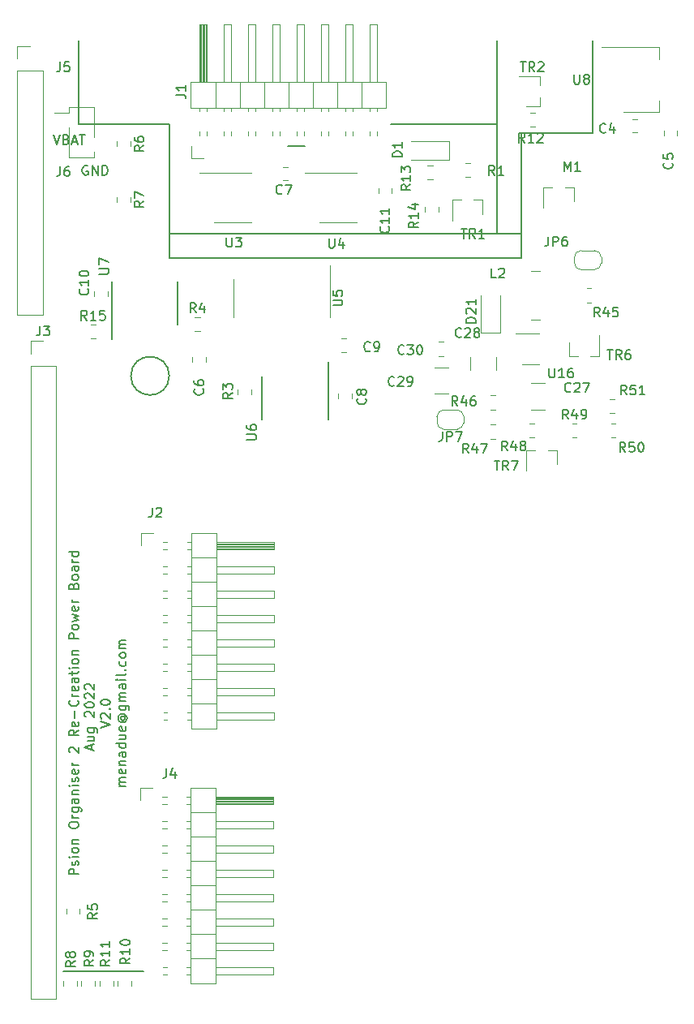
<source format=gbr>
G04 #@! TF.GenerationSoftware,KiCad,Pcbnew,5.1.5+dfsg1-2build2*
G04 #@! TF.CreationDate,2022-08-20T13:50:49+01:00*
G04 #@! TF.ProjectId,psion-org2-power,7073696f-6e2d-46f7-9267-322d706f7765,rev?*
G04 #@! TF.SameCoordinates,Original*
G04 #@! TF.FileFunction,Legend,Top*
G04 #@! TF.FilePolarity,Positive*
%FSLAX46Y46*%
G04 Gerber Fmt 4.6, Leading zero omitted, Abs format (unit mm)*
G04 Created by KiCad (PCBNEW 5.1.5+dfsg1-2build2) date 2022-08-20 13:50:49*
%MOMM*%
%LPD*%
G04 APERTURE LIST*
%ADD10C,0.150000*%
%ADD11C,0.120000*%
G04 APERTURE END LIST*
D10*
X129600000Y-38100000D02*
X118500000Y-38100000D01*
X95350000Y-64400000D02*
G75*
G03X95350000Y-64400000I-2000000J0D01*
G01*
X85877380Y-116409523D02*
X84877380Y-116409523D01*
X84877380Y-116028571D01*
X84925000Y-115933333D01*
X84972619Y-115885714D01*
X85067857Y-115838095D01*
X85210714Y-115838095D01*
X85305952Y-115885714D01*
X85353571Y-115933333D01*
X85401190Y-116028571D01*
X85401190Y-116409523D01*
X85829761Y-115457142D02*
X85877380Y-115361904D01*
X85877380Y-115171428D01*
X85829761Y-115076190D01*
X85734523Y-115028571D01*
X85686904Y-115028571D01*
X85591666Y-115076190D01*
X85544047Y-115171428D01*
X85544047Y-115314285D01*
X85496428Y-115409523D01*
X85401190Y-115457142D01*
X85353571Y-115457142D01*
X85258333Y-115409523D01*
X85210714Y-115314285D01*
X85210714Y-115171428D01*
X85258333Y-115076190D01*
X85877380Y-114600000D02*
X85210714Y-114600000D01*
X84877380Y-114600000D02*
X84925000Y-114647619D01*
X84972619Y-114600000D01*
X84925000Y-114552380D01*
X84877380Y-114600000D01*
X84972619Y-114600000D01*
X85877380Y-113980952D02*
X85829761Y-114076190D01*
X85782142Y-114123809D01*
X85686904Y-114171428D01*
X85401190Y-114171428D01*
X85305952Y-114123809D01*
X85258333Y-114076190D01*
X85210714Y-113980952D01*
X85210714Y-113838095D01*
X85258333Y-113742857D01*
X85305952Y-113695238D01*
X85401190Y-113647619D01*
X85686904Y-113647619D01*
X85782142Y-113695238D01*
X85829761Y-113742857D01*
X85877380Y-113838095D01*
X85877380Y-113980952D01*
X85210714Y-113219047D02*
X85877380Y-113219047D01*
X85305952Y-113219047D02*
X85258333Y-113171428D01*
X85210714Y-113076190D01*
X85210714Y-112933333D01*
X85258333Y-112838095D01*
X85353571Y-112790476D01*
X85877380Y-112790476D01*
X84877380Y-111361904D02*
X84877380Y-111171428D01*
X84925000Y-111076190D01*
X85020238Y-110980952D01*
X85210714Y-110933333D01*
X85544047Y-110933333D01*
X85734523Y-110980952D01*
X85829761Y-111076190D01*
X85877380Y-111171428D01*
X85877380Y-111361904D01*
X85829761Y-111457142D01*
X85734523Y-111552380D01*
X85544047Y-111600000D01*
X85210714Y-111600000D01*
X85020238Y-111552380D01*
X84925000Y-111457142D01*
X84877380Y-111361904D01*
X85877380Y-110504761D02*
X85210714Y-110504761D01*
X85401190Y-110504761D02*
X85305952Y-110457142D01*
X85258333Y-110409523D01*
X85210714Y-110314285D01*
X85210714Y-110219047D01*
X85210714Y-109457142D02*
X86020238Y-109457142D01*
X86115476Y-109504761D01*
X86163095Y-109552380D01*
X86210714Y-109647619D01*
X86210714Y-109790476D01*
X86163095Y-109885714D01*
X85829761Y-109457142D02*
X85877380Y-109552380D01*
X85877380Y-109742857D01*
X85829761Y-109838095D01*
X85782142Y-109885714D01*
X85686904Y-109933333D01*
X85401190Y-109933333D01*
X85305952Y-109885714D01*
X85258333Y-109838095D01*
X85210714Y-109742857D01*
X85210714Y-109552380D01*
X85258333Y-109457142D01*
X85877380Y-108552380D02*
X85353571Y-108552380D01*
X85258333Y-108600000D01*
X85210714Y-108695238D01*
X85210714Y-108885714D01*
X85258333Y-108980952D01*
X85829761Y-108552380D02*
X85877380Y-108647619D01*
X85877380Y-108885714D01*
X85829761Y-108980952D01*
X85734523Y-109028571D01*
X85639285Y-109028571D01*
X85544047Y-108980952D01*
X85496428Y-108885714D01*
X85496428Y-108647619D01*
X85448809Y-108552380D01*
X85210714Y-108076190D02*
X85877380Y-108076190D01*
X85305952Y-108076190D02*
X85258333Y-108028571D01*
X85210714Y-107933333D01*
X85210714Y-107790476D01*
X85258333Y-107695238D01*
X85353571Y-107647619D01*
X85877380Y-107647619D01*
X85877380Y-107171428D02*
X85210714Y-107171428D01*
X84877380Y-107171428D02*
X84925000Y-107219047D01*
X84972619Y-107171428D01*
X84925000Y-107123809D01*
X84877380Y-107171428D01*
X84972619Y-107171428D01*
X85829761Y-106742857D02*
X85877380Y-106647619D01*
X85877380Y-106457142D01*
X85829761Y-106361904D01*
X85734523Y-106314285D01*
X85686904Y-106314285D01*
X85591666Y-106361904D01*
X85544047Y-106457142D01*
X85544047Y-106600000D01*
X85496428Y-106695238D01*
X85401190Y-106742857D01*
X85353571Y-106742857D01*
X85258333Y-106695238D01*
X85210714Y-106600000D01*
X85210714Y-106457142D01*
X85258333Y-106361904D01*
X85829761Y-105504761D02*
X85877380Y-105600000D01*
X85877380Y-105790476D01*
X85829761Y-105885714D01*
X85734523Y-105933333D01*
X85353571Y-105933333D01*
X85258333Y-105885714D01*
X85210714Y-105790476D01*
X85210714Y-105600000D01*
X85258333Y-105504761D01*
X85353571Y-105457142D01*
X85448809Y-105457142D01*
X85544047Y-105933333D01*
X85877380Y-105028571D02*
X85210714Y-105028571D01*
X85401190Y-105028571D02*
X85305952Y-104980952D01*
X85258333Y-104933333D01*
X85210714Y-104838095D01*
X85210714Y-104742857D01*
X84972619Y-103695238D02*
X84925000Y-103647619D01*
X84877380Y-103552380D01*
X84877380Y-103314285D01*
X84925000Y-103219047D01*
X84972619Y-103171428D01*
X85067857Y-103123809D01*
X85163095Y-103123809D01*
X85305952Y-103171428D01*
X85877380Y-103742857D01*
X85877380Y-103123809D01*
X85877380Y-101361904D02*
X85401190Y-101695238D01*
X85877380Y-101933333D02*
X84877380Y-101933333D01*
X84877380Y-101552380D01*
X84925000Y-101457142D01*
X84972619Y-101409523D01*
X85067857Y-101361904D01*
X85210714Y-101361904D01*
X85305952Y-101409523D01*
X85353571Y-101457142D01*
X85401190Y-101552380D01*
X85401190Y-101933333D01*
X85829761Y-100552380D02*
X85877380Y-100647619D01*
X85877380Y-100838095D01*
X85829761Y-100933333D01*
X85734523Y-100980952D01*
X85353571Y-100980952D01*
X85258333Y-100933333D01*
X85210714Y-100838095D01*
X85210714Y-100647619D01*
X85258333Y-100552380D01*
X85353571Y-100504761D01*
X85448809Y-100504761D01*
X85544047Y-100980952D01*
X85496428Y-100076190D02*
X85496428Y-99314285D01*
X85782142Y-98266666D02*
X85829761Y-98314285D01*
X85877380Y-98457142D01*
X85877380Y-98552380D01*
X85829761Y-98695238D01*
X85734523Y-98790476D01*
X85639285Y-98838095D01*
X85448809Y-98885714D01*
X85305952Y-98885714D01*
X85115476Y-98838095D01*
X85020238Y-98790476D01*
X84925000Y-98695238D01*
X84877380Y-98552380D01*
X84877380Y-98457142D01*
X84925000Y-98314285D01*
X84972619Y-98266666D01*
X85877380Y-97838095D02*
X85210714Y-97838095D01*
X85401190Y-97838095D02*
X85305952Y-97790476D01*
X85258333Y-97742857D01*
X85210714Y-97647619D01*
X85210714Y-97552380D01*
X85829761Y-96838095D02*
X85877380Y-96933333D01*
X85877380Y-97123809D01*
X85829761Y-97219047D01*
X85734523Y-97266666D01*
X85353571Y-97266666D01*
X85258333Y-97219047D01*
X85210714Y-97123809D01*
X85210714Y-96933333D01*
X85258333Y-96838095D01*
X85353571Y-96790476D01*
X85448809Y-96790476D01*
X85544047Y-97266666D01*
X85877380Y-95933333D02*
X85353571Y-95933333D01*
X85258333Y-95980952D01*
X85210714Y-96076190D01*
X85210714Y-96266666D01*
X85258333Y-96361904D01*
X85829761Y-95933333D02*
X85877380Y-96028571D01*
X85877380Y-96266666D01*
X85829761Y-96361904D01*
X85734523Y-96409523D01*
X85639285Y-96409523D01*
X85544047Y-96361904D01*
X85496428Y-96266666D01*
X85496428Y-96028571D01*
X85448809Y-95933333D01*
X85210714Y-95600000D02*
X85210714Y-95219047D01*
X84877380Y-95457142D02*
X85734523Y-95457142D01*
X85829761Y-95409523D01*
X85877380Y-95314285D01*
X85877380Y-95219047D01*
X85877380Y-94885714D02*
X85210714Y-94885714D01*
X84877380Y-94885714D02*
X84925000Y-94933333D01*
X84972619Y-94885714D01*
X84925000Y-94838095D01*
X84877380Y-94885714D01*
X84972619Y-94885714D01*
X85877380Y-94266666D02*
X85829761Y-94361904D01*
X85782142Y-94409523D01*
X85686904Y-94457142D01*
X85401190Y-94457142D01*
X85305952Y-94409523D01*
X85258333Y-94361904D01*
X85210714Y-94266666D01*
X85210714Y-94123809D01*
X85258333Y-94028571D01*
X85305952Y-93980952D01*
X85401190Y-93933333D01*
X85686904Y-93933333D01*
X85782142Y-93980952D01*
X85829761Y-94028571D01*
X85877380Y-94123809D01*
X85877380Y-94266666D01*
X85210714Y-93504761D02*
X85877380Y-93504761D01*
X85305952Y-93504761D02*
X85258333Y-93457142D01*
X85210714Y-93361904D01*
X85210714Y-93219047D01*
X85258333Y-93123809D01*
X85353571Y-93076190D01*
X85877380Y-93076190D01*
X85877380Y-91838095D02*
X84877380Y-91838095D01*
X84877380Y-91457142D01*
X84925000Y-91361904D01*
X84972619Y-91314285D01*
X85067857Y-91266666D01*
X85210714Y-91266666D01*
X85305952Y-91314285D01*
X85353571Y-91361904D01*
X85401190Y-91457142D01*
X85401190Y-91838095D01*
X85877380Y-90695238D02*
X85829761Y-90790476D01*
X85782142Y-90838095D01*
X85686904Y-90885714D01*
X85401190Y-90885714D01*
X85305952Y-90838095D01*
X85258333Y-90790476D01*
X85210714Y-90695238D01*
X85210714Y-90552380D01*
X85258333Y-90457142D01*
X85305952Y-90409523D01*
X85401190Y-90361904D01*
X85686904Y-90361904D01*
X85782142Y-90409523D01*
X85829761Y-90457142D01*
X85877380Y-90552380D01*
X85877380Y-90695238D01*
X85210714Y-90028571D02*
X85877380Y-89838095D01*
X85401190Y-89647619D01*
X85877380Y-89457142D01*
X85210714Y-89266666D01*
X85829761Y-88504761D02*
X85877380Y-88600000D01*
X85877380Y-88790476D01*
X85829761Y-88885714D01*
X85734523Y-88933333D01*
X85353571Y-88933333D01*
X85258333Y-88885714D01*
X85210714Y-88790476D01*
X85210714Y-88600000D01*
X85258333Y-88504761D01*
X85353571Y-88457142D01*
X85448809Y-88457142D01*
X85544047Y-88933333D01*
X85877380Y-88028571D02*
X85210714Y-88028571D01*
X85401190Y-88028571D02*
X85305952Y-87980952D01*
X85258333Y-87933333D01*
X85210714Y-87838095D01*
X85210714Y-87742857D01*
X85353571Y-86314285D02*
X85401190Y-86171428D01*
X85448809Y-86123809D01*
X85544047Y-86076190D01*
X85686904Y-86076190D01*
X85782142Y-86123809D01*
X85829761Y-86171428D01*
X85877380Y-86266666D01*
X85877380Y-86647619D01*
X84877380Y-86647619D01*
X84877380Y-86314285D01*
X84925000Y-86219047D01*
X84972619Y-86171428D01*
X85067857Y-86123809D01*
X85163095Y-86123809D01*
X85258333Y-86171428D01*
X85305952Y-86219047D01*
X85353571Y-86314285D01*
X85353571Y-86647619D01*
X85877380Y-85504761D02*
X85829761Y-85600000D01*
X85782142Y-85647619D01*
X85686904Y-85695238D01*
X85401190Y-85695238D01*
X85305952Y-85647619D01*
X85258333Y-85600000D01*
X85210714Y-85504761D01*
X85210714Y-85361904D01*
X85258333Y-85266666D01*
X85305952Y-85219047D01*
X85401190Y-85171428D01*
X85686904Y-85171428D01*
X85782142Y-85219047D01*
X85829761Y-85266666D01*
X85877380Y-85361904D01*
X85877380Y-85504761D01*
X85877380Y-84314285D02*
X85353571Y-84314285D01*
X85258333Y-84361904D01*
X85210714Y-84457142D01*
X85210714Y-84647619D01*
X85258333Y-84742857D01*
X85829761Y-84314285D02*
X85877380Y-84409523D01*
X85877380Y-84647619D01*
X85829761Y-84742857D01*
X85734523Y-84790476D01*
X85639285Y-84790476D01*
X85544047Y-84742857D01*
X85496428Y-84647619D01*
X85496428Y-84409523D01*
X85448809Y-84314285D01*
X85877380Y-83838095D02*
X85210714Y-83838095D01*
X85401190Y-83838095D02*
X85305952Y-83790476D01*
X85258333Y-83742857D01*
X85210714Y-83647619D01*
X85210714Y-83552380D01*
X85877380Y-82790476D02*
X84877380Y-82790476D01*
X85829761Y-82790476D02*
X85877380Y-82885714D01*
X85877380Y-83076190D01*
X85829761Y-83171428D01*
X85782142Y-83219047D01*
X85686904Y-83266666D01*
X85401190Y-83266666D01*
X85305952Y-83219047D01*
X85258333Y-83171428D01*
X85210714Y-83076190D01*
X85210714Y-82885714D01*
X85258333Y-82790476D01*
X87241666Y-103409523D02*
X87241666Y-102933333D01*
X87527380Y-103504761D02*
X86527380Y-103171428D01*
X87527380Y-102838095D01*
X86860714Y-102076190D02*
X87527380Y-102076190D01*
X86860714Y-102504761D02*
X87384523Y-102504761D01*
X87479761Y-102457142D01*
X87527380Y-102361904D01*
X87527380Y-102219047D01*
X87479761Y-102123809D01*
X87432142Y-102076190D01*
X86860714Y-101171428D02*
X87670238Y-101171428D01*
X87765476Y-101219047D01*
X87813095Y-101266666D01*
X87860714Y-101361904D01*
X87860714Y-101504761D01*
X87813095Y-101600000D01*
X87479761Y-101171428D02*
X87527380Y-101266666D01*
X87527380Y-101457142D01*
X87479761Y-101552380D01*
X87432142Y-101600000D01*
X87336904Y-101647619D01*
X87051190Y-101647619D01*
X86955952Y-101600000D01*
X86908333Y-101552380D01*
X86860714Y-101457142D01*
X86860714Y-101266666D01*
X86908333Y-101171428D01*
X86622619Y-99980952D02*
X86575000Y-99933333D01*
X86527380Y-99838095D01*
X86527380Y-99600000D01*
X86575000Y-99504761D01*
X86622619Y-99457142D01*
X86717857Y-99409523D01*
X86813095Y-99409523D01*
X86955952Y-99457142D01*
X87527380Y-100028571D01*
X87527380Y-99409523D01*
X86527380Y-98790476D02*
X86527380Y-98695238D01*
X86575000Y-98600000D01*
X86622619Y-98552380D01*
X86717857Y-98504761D01*
X86908333Y-98457142D01*
X87146428Y-98457142D01*
X87336904Y-98504761D01*
X87432142Y-98552380D01*
X87479761Y-98600000D01*
X87527380Y-98695238D01*
X87527380Y-98790476D01*
X87479761Y-98885714D01*
X87432142Y-98933333D01*
X87336904Y-98980952D01*
X87146428Y-99028571D01*
X86908333Y-99028571D01*
X86717857Y-98980952D01*
X86622619Y-98933333D01*
X86575000Y-98885714D01*
X86527380Y-98790476D01*
X86622619Y-98076190D02*
X86575000Y-98028571D01*
X86527380Y-97933333D01*
X86527380Y-97695238D01*
X86575000Y-97600000D01*
X86622619Y-97552380D01*
X86717857Y-97504761D01*
X86813095Y-97504761D01*
X86955952Y-97552380D01*
X87527380Y-98123809D01*
X87527380Y-97504761D01*
X86622619Y-97123809D02*
X86575000Y-97076190D01*
X86527380Y-96980952D01*
X86527380Y-96742857D01*
X86575000Y-96647619D01*
X86622619Y-96600000D01*
X86717857Y-96552380D01*
X86813095Y-96552380D01*
X86955952Y-96600000D01*
X87527380Y-97171428D01*
X87527380Y-96552380D01*
X88177380Y-101123809D02*
X89177380Y-100790476D01*
X88177380Y-100457142D01*
X88272619Y-100171428D02*
X88225000Y-100123809D01*
X88177380Y-100028571D01*
X88177380Y-99790476D01*
X88225000Y-99695238D01*
X88272619Y-99647619D01*
X88367857Y-99600000D01*
X88463095Y-99600000D01*
X88605952Y-99647619D01*
X89177380Y-100219047D01*
X89177380Y-99600000D01*
X89082142Y-99171428D02*
X89129761Y-99123809D01*
X89177380Y-99171428D01*
X89129761Y-99219047D01*
X89082142Y-99171428D01*
X89177380Y-99171428D01*
X88177380Y-98504761D02*
X88177380Y-98409523D01*
X88225000Y-98314285D01*
X88272619Y-98266666D01*
X88367857Y-98219047D01*
X88558333Y-98171428D01*
X88796428Y-98171428D01*
X88986904Y-98219047D01*
X89082142Y-98266666D01*
X89129761Y-98314285D01*
X89177380Y-98409523D01*
X89177380Y-98504761D01*
X89129761Y-98600000D01*
X89082142Y-98647619D01*
X88986904Y-98695238D01*
X88796428Y-98742857D01*
X88558333Y-98742857D01*
X88367857Y-98695238D01*
X88272619Y-98647619D01*
X88225000Y-98600000D01*
X88177380Y-98504761D01*
X90827380Y-107195238D02*
X90160714Y-107195238D01*
X90255952Y-107195238D02*
X90208333Y-107147619D01*
X90160714Y-107052380D01*
X90160714Y-106909523D01*
X90208333Y-106814285D01*
X90303571Y-106766666D01*
X90827380Y-106766666D01*
X90303571Y-106766666D02*
X90208333Y-106719047D01*
X90160714Y-106623809D01*
X90160714Y-106480952D01*
X90208333Y-106385714D01*
X90303571Y-106338095D01*
X90827380Y-106338095D01*
X90779761Y-105480952D02*
X90827380Y-105576190D01*
X90827380Y-105766666D01*
X90779761Y-105861904D01*
X90684523Y-105909523D01*
X90303571Y-105909523D01*
X90208333Y-105861904D01*
X90160714Y-105766666D01*
X90160714Y-105576190D01*
X90208333Y-105480952D01*
X90303571Y-105433333D01*
X90398809Y-105433333D01*
X90494047Y-105909523D01*
X90160714Y-105004761D02*
X90827380Y-105004761D01*
X90255952Y-105004761D02*
X90208333Y-104957142D01*
X90160714Y-104861904D01*
X90160714Y-104719047D01*
X90208333Y-104623809D01*
X90303571Y-104576190D01*
X90827380Y-104576190D01*
X90827380Y-103671428D02*
X90303571Y-103671428D01*
X90208333Y-103719047D01*
X90160714Y-103814285D01*
X90160714Y-104004761D01*
X90208333Y-104100000D01*
X90779761Y-103671428D02*
X90827380Y-103766666D01*
X90827380Y-104004761D01*
X90779761Y-104100000D01*
X90684523Y-104147619D01*
X90589285Y-104147619D01*
X90494047Y-104100000D01*
X90446428Y-104004761D01*
X90446428Y-103766666D01*
X90398809Y-103671428D01*
X90827380Y-102766666D02*
X89827380Y-102766666D01*
X90779761Y-102766666D02*
X90827380Y-102861904D01*
X90827380Y-103052380D01*
X90779761Y-103147619D01*
X90732142Y-103195238D01*
X90636904Y-103242857D01*
X90351190Y-103242857D01*
X90255952Y-103195238D01*
X90208333Y-103147619D01*
X90160714Y-103052380D01*
X90160714Y-102861904D01*
X90208333Y-102766666D01*
X90160714Y-101861904D02*
X90827380Y-101861904D01*
X90160714Y-102290476D02*
X90684523Y-102290476D01*
X90779761Y-102242857D01*
X90827380Y-102147619D01*
X90827380Y-102004761D01*
X90779761Y-101909523D01*
X90732142Y-101861904D01*
X90779761Y-101004761D02*
X90827380Y-101100000D01*
X90827380Y-101290476D01*
X90779761Y-101385714D01*
X90684523Y-101433333D01*
X90303571Y-101433333D01*
X90208333Y-101385714D01*
X90160714Y-101290476D01*
X90160714Y-101100000D01*
X90208333Y-101004761D01*
X90303571Y-100957142D01*
X90398809Y-100957142D01*
X90494047Y-101433333D01*
X90351190Y-99909523D02*
X90303571Y-99957142D01*
X90255952Y-100052380D01*
X90255952Y-100147619D01*
X90303571Y-100242857D01*
X90351190Y-100290476D01*
X90446428Y-100338095D01*
X90541666Y-100338095D01*
X90636904Y-100290476D01*
X90684523Y-100242857D01*
X90732142Y-100147619D01*
X90732142Y-100052380D01*
X90684523Y-99957142D01*
X90636904Y-99909523D01*
X90255952Y-99909523D02*
X90636904Y-99909523D01*
X90684523Y-99861904D01*
X90684523Y-99814285D01*
X90636904Y-99719047D01*
X90541666Y-99671428D01*
X90303571Y-99671428D01*
X90160714Y-99766666D01*
X90065476Y-99909523D01*
X90017857Y-100100000D01*
X90065476Y-100290476D01*
X90160714Y-100433333D01*
X90303571Y-100528571D01*
X90494047Y-100576190D01*
X90684523Y-100528571D01*
X90827380Y-100433333D01*
X90922619Y-100290476D01*
X90970238Y-100100000D01*
X90922619Y-99909523D01*
X90827380Y-99766666D01*
X90160714Y-98814285D02*
X90970238Y-98814285D01*
X91065476Y-98861904D01*
X91113095Y-98909523D01*
X91160714Y-99004761D01*
X91160714Y-99147619D01*
X91113095Y-99242857D01*
X90779761Y-98814285D02*
X90827380Y-98909523D01*
X90827380Y-99100000D01*
X90779761Y-99195238D01*
X90732142Y-99242857D01*
X90636904Y-99290476D01*
X90351190Y-99290476D01*
X90255952Y-99242857D01*
X90208333Y-99195238D01*
X90160714Y-99100000D01*
X90160714Y-98909523D01*
X90208333Y-98814285D01*
X90827380Y-98338095D02*
X90160714Y-98338095D01*
X90255952Y-98338095D02*
X90208333Y-98290476D01*
X90160714Y-98195238D01*
X90160714Y-98052380D01*
X90208333Y-97957142D01*
X90303571Y-97909523D01*
X90827380Y-97909523D01*
X90303571Y-97909523D02*
X90208333Y-97861904D01*
X90160714Y-97766666D01*
X90160714Y-97623809D01*
X90208333Y-97528571D01*
X90303571Y-97480952D01*
X90827380Y-97480952D01*
X90827380Y-96576190D02*
X90303571Y-96576190D01*
X90208333Y-96623809D01*
X90160714Y-96719047D01*
X90160714Y-96909523D01*
X90208333Y-97004761D01*
X90779761Y-96576190D02*
X90827380Y-96671428D01*
X90827380Y-96909523D01*
X90779761Y-97004761D01*
X90684523Y-97052380D01*
X90589285Y-97052380D01*
X90494047Y-97004761D01*
X90446428Y-96909523D01*
X90446428Y-96671428D01*
X90398809Y-96576190D01*
X90827380Y-96100000D02*
X90160714Y-96100000D01*
X89827380Y-96100000D02*
X89875000Y-96147619D01*
X89922619Y-96100000D01*
X89875000Y-96052380D01*
X89827380Y-96100000D01*
X89922619Y-96100000D01*
X90827380Y-95480952D02*
X90779761Y-95576190D01*
X90684523Y-95623809D01*
X89827380Y-95623809D01*
X90732142Y-95100000D02*
X90779761Y-95052380D01*
X90827380Y-95100000D01*
X90779761Y-95147619D01*
X90732142Y-95100000D01*
X90827380Y-95100000D01*
X90779761Y-94195238D02*
X90827380Y-94290476D01*
X90827380Y-94480952D01*
X90779761Y-94576190D01*
X90732142Y-94623809D01*
X90636904Y-94671428D01*
X90351190Y-94671428D01*
X90255952Y-94623809D01*
X90208333Y-94576190D01*
X90160714Y-94480952D01*
X90160714Y-94290476D01*
X90208333Y-94195238D01*
X90827380Y-93623809D02*
X90779761Y-93719047D01*
X90732142Y-93766666D01*
X90636904Y-93814285D01*
X90351190Y-93814285D01*
X90255952Y-93766666D01*
X90208333Y-93719047D01*
X90160714Y-93623809D01*
X90160714Y-93480952D01*
X90208333Y-93385714D01*
X90255952Y-93338095D01*
X90351190Y-93290476D01*
X90636904Y-93290476D01*
X90732142Y-93338095D01*
X90779761Y-93385714D01*
X90827380Y-93480952D01*
X90827380Y-93623809D01*
X90827380Y-92861904D02*
X90160714Y-92861904D01*
X90255952Y-92861904D02*
X90208333Y-92814285D01*
X90160714Y-92719047D01*
X90160714Y-92576190D01*
X90208333Y-92480952D01*
X90303571Y-92433333D01*
X90827380Y-92433333D01*
X90303571Y-92433333D02*
X90208333Y-92385714D01*
X90160714Y-92290476D01*
X90160714Y-92147619D01*
X90208333Y-92052380D01*
X90303571Y-92004761D01*
X90827380Y-92004761D01*
X86838095Y-42500000D02*
X86742857Y-42452380D01*
X86600000Y-42452380D01*
X86457142Y-42500000D01*
X86361904Y-42595238D01*
X86314285Y-42690476D01*
X86266666Y-42880952D01*
X86266666Y-43023809D01*
X86314285Y-43214285D01*
X86361904Y-43309523D01*
X86457142Y-43404761D01*
X86600000Y-43452380D01*
X86695238Y-43452380D01*
X86838095Y-43404761D01*
X86885714Y-43357142D01*
X86885714Y-43023809D01*
X86695238Y-43023809D01*
X87314285Y-43452380D02*
X87314285Y-42452380D01*
X87885714Y-43452380D01*
X87885714Y-42452380D01*
X88361904Y-43452380D02*
X88361904Y-42452380D01*
X88600000Y-42452380D01*
X88742857Y-42500000D01*
X88838095Y-42595238D01*
X88885714Y-42690476D01*
X88933333Y-42880952D01*
X88933333Y-43023809D01*
X88885714Y-43214285D01*
X88838095Y-43309523D01*
X88742857Y-43404761D01*
X88600000Y-43452380D01*
X88361904Y-43452380D01*
X83257142Y-39252380D02*
X83590476Y-40252380D01*
X83923809Y-39252380D01*
X84590476Y-39728571D02*
X84733333Y-39776190D01*
X84780952Y-39823809D01*
X84828571Y-39919047D01*
X84828571Y-40061904D01*
X84780952Y-40157142D01*
X84733333Y-40204761D01*
X84638095Y-40252380D01*
X84257142Y-40252380D01*
X84257142Y-39252380D01*
X84590476Y-39252380D01*
X84685714Y-39300000D01*
X84733333Y-39347619D01*
X84780952Y-39442857D01*
X84780952Y-39538095D01*
X84733333Y-39633333D01*
X84685714Y-39680952D01*
X84590476Y-39728571D01*
X84257142Y-39728571D01*
X85209523Y-39966666D02*
X85685714Y-39966666D01*
X85114285Y-40252380D02*
X85447619Y-39252380D01*
X85780952Y-40252380D01*
X85971428Y-39252380D02*
X86542857Y-39252380D01*
X86257142Y-40252380D02*
X86257142Y-39252380D01*
X107700000Y-40400000D02*
X109500000Y-40400000D01*
X129600000Y-49600000D02*
X129600000Y-29400000D01*
X132100000Y-49600000D02*
X129600000Y-49600000D01*
X95400000Y-49600000D02*
X132100000Y-49600000D01*
X95400000Y-38100000D02*
X95400000Y-52100000D01*
X95400000Y-38100000D02*
X92900000Y-38100000D01*
X139600000Y-30900000D02*
X139600000Y-29400000D01*
X139600000Y-39100000D02*
X139600000Y-30900000D01*
X132100000Y-39100000D02*
X139600000Y-39100000D01*
X132100000Y-52100000D02*
X132100000Y-39100000D01*
X95400000Y-52100000D02*
X132100000Y-52100000D01*
X85900000Y-38100000D02*
X92900000Y-38100000D01*
X85900000Y-29400000D02*
X85900000Y-38100000D01*
X84300000Y-126500000D02*
X92700000Y-126500000D01*
D11*
X133996000Y-59985000D02*
X131546000Y-59985000D01*
X132196000Y-63205000D02*
X133996000Y-63205000D01*
X135819000Y-72138000D02*
X135819000Y-73598000D01*
X132659000Y-72138000D02*
X132659000Y-74298000D01*
X132659000Y-72138000D02*
X133589000Y-72138000D01*
X135819000Y-72138000D02*
X134889000Y-72138000D01*
X137104000Y-62355000D02*
X137104000Y-60895000D01*
X140264000Y-62355000D02*
X140264000Y-60195000D01*
X140264000Y-62355000D02*
X139334000Y-62355000D01*
X137104000Y-62355000D02*
X138034000Y-62355000D01*
X141832064Y-66829000D02*
X141377936Y-66829000D01*
X141832064Y-68299000D02*
X141377936Y-68299000D01*
X141504936Y-70839000D02*
X141959064Y-70839000D01*
X141504936Y-69369000D02*
X141959064Y-69369000D01*
X137440936Y-70839000D02*
X137895064Y-70839000D01*
X137440936Y-69369000D02*
X137895064Y-69369000D01*
X132995936Y-70839000D02*
X133450064Y-70839000D01*
X132995936Y-69369000D02*
X133450064Y-69369000D01*
X128931936Y-70966000D02*
X129386064Y-70966000D01*
X128931936Y-69496000D02*
X129386064Y-69496000D01*
X128931936Y-67918000D02*
X129386064Y-67918000D01*
X128931936Y-66448000D02*
X129386064Y-66448000D01*
X138964936Y-56742000D02*
X139419064Y-56742000D01*
X138964936Y-55272000D02*
X139419064Y-55272000D01*
X134104000Y-53497000D02*
X133104000Y-53497000D01*
X134104000Y-58517000D02*
X133104000Y-58517000D01*
X125414000Y-69961000D02*
X124014000Y-69961000D01*
X123314000Y-69261000D02*
X123314000Y-68661000D01*
X124014000Y-67961000D02*
X125414000Y-67961000D01*
X126114000Y-68661000D02*
X126114000Y-69261000D01*
X126114000Y-69261000D02*
G75*
G02X125414000Y-69961000I-700000J0D01*
G01*
X125414000Y-67961000D02*
G75*
G02X126114000Y-68661000I0J-700000D01*
G01*
X123314000Y-68661000D02*
G75*
G02X124014000Y-67961000I700000J0D01*
G01*
X124014000Y-69961000D02*
G75*
G02X123314000Y-69261000I0J700000D01*
G01*
X139765000Y-53324000D02*
X138365000Y-53324000D01*
X137665000Y-52624000D02*
X137665000Y-52024000D01*
X138365000Y-51324000D02*
X139765000Y-51324000D01*
X140465000Y-52024000D02*
X140465000Y-52624000D01*
X140465000Y-52624000D02*
G75*
G02X139765000Y-53324000I-700000J0D01*
G01*
X139765000Y-51324000D02*
G75*
G02X140465000Y-52024000I0J-700000D01*
G01*
X137665000Y-52024000D02*
G75*
G02X138365000Y-51324000I700000J0D01*
G01*
X138365000Y-53324000D02*
G75*
G02X137665000Y-52624000I0J700000D01*
G01*
X127905000Y-59908000D02*
X127905000Y-56008000D01*
X129905000Y-59908000D02*
X129905000Y-56008000D01*
X127905000Y-59908000D02*
X129905000Y-59908000D01*
X123502748Y-62330000D02*
X124025252Y-62330000D01*
X123502748Y-60860000D02*
X124025252Y-60860000D01*
X123075248Y-66257000D02*
X124497752Y-66257000D01*
X123075248Y-63537000D02*
X124497752Y-63537000D01*
X129503000Y-63830252D02*
X129503000Y-62407748D01*
X126783000Y-63830252D02*
X126783000Y-62407748D01*
X134569252Y-65188000D02*
X133146748Y-65188000D01*
X134569252Y-67908000D02*
X133146748Y-67908000D01*
X80870000Y-60730000D02*
X82200000Y-60730000D01*
X80870000Y-62060000D02*
X80870000Y-60730000D01*
X80870000Y-63330000D02*
X83530000Y-63330000D01*
X83530000Y-63330000D02*
X83530000Y-129430000D01*
X80870000Y-63330000D02*
X80870000Y-129430000D01*
X80870000Y-129430000D02*
X83530000Y-129430000D01*
X140500000Y-30090000D02*
X146510000Y-30090000D01*
X142750000Y-36910000D02*
X146510000Y-36910000D01*
X146510000Y-30090000D02*
X146510000Y-31350000D01*
X146510000Y-36910000D02*
X146510000Y-35650000D01*
X134060000Y-36280000D02*
X132600000Y-36280000D01*
X134060000Y-33120000D02*
X131900000Y-33120000D01*
X134060000Y-33120000D02*
X134060000Y-34050000D01*
X134060000Y-36280000D02*
X134060000Y-35350000D01*
X122090000Y-46741422D02*
X122090000Y-47258578D01*
X123510000Y-46741422D02*
X123510000Y-47258578D01*
X122341422Y-43910000D02*
X122858578Y-43910000D01*
X122341422Y-42490000D02*
X122858578Y-42490000D01*
X133041422Y-38410000D02*
X133558578Y-38410000D01*
X133041422Y-36990000D02*
X133558578Y-36990000D01*
X88090000Y-127541422D02*
X88090000Y-128058578D01*
X89510000Y-127541422D02*
X89510000Y-128058578D01*
X89990000Y-127541422D02*
X89990000Y-128058578D01*
X91410000Y-127541422D02*
X91410000Y-128058578D01*
X86190000Y-127578922D02*
X86190000Y-128096078D01*
X87610000Y-127578922D02*
X87610000Y-128096078D01*
X84290000Y-127578922D02*
X84290000Y-128096078D01*
X85710000Y-127578922D02*
X85710000Y-128096078D01*
X89890000Y-45741422D02*
X89890000Y-46258578D01*
X91310000Y-45741422D02*
X91310000Y-46258578D01*
X89890000Y-39941422D02*
X89890000Y-40458578D01*
X91310000Y-39941422D02*
X91310000Y-40458578D01*
X86010000Y-120558578D02*
X86010000Y-120041422D01*
X84590000Y-120558578D02*
X84590000Y-120041422D01*
X98041422Y-59710000D02*
X98558578Y-59710000D01*
X98041422Y-58290000D02*
X98558578Y-58290000D01*
X102490000Y-65841422D02*
X102490000Y-66358578D01*
X103910000Y-65841422D02*
X103910000Y-66358578D01*
X124550000Y-41900000D02*
X120650000Y-41900000D01*
X124550000Y-39900000D02*
X120650000Y-39900000D01*
X124550000Y-41900000D02*
X124550000Y-39900000D01*
X117190000Y-44841422D02*
X117190000Y-45358578D01*
X118610000Y-44841422D02*
X118610000Y-45358578D01*
X87490000Y-55541422D02*
X87490000Y-56058578D01*
X88910000Y-55541422D02*
X88910000Y-56058578D01*
X113341422Y-61910000D02*
X113858578Y-61910000D01*
X113341422Y-60490000D02*
X113858578Y-60490000D01*
X146990000Y-38841422D02*
X146990000Y-39358578D01*
X148410000Y-38841422D02*
X148410000Y-39358578D01*
X143741422Y-39010000D02*
X144258578Y-39010000D01*
X143741422Y-37590000D02*
X144258578Y-37590000D01*
D10*
X89350000Y-60550000D02*
X89350000Y-54575000D01*
X96250000Y-59025000D02*
X96250000Y-54575000D01*
D11*
X107241422Y-44010000D02*
X107758578Y-44010000D01*
X107241422Y-42590000D02*
X107758578Y-42590000D01*
D10*
X111950000Y-62950000D02*
X111950000Y-68925000D01*
X105050000Y-64475000D02*
X105050000Y-68925000D01*
D11*
X137597000Y-44706000D02*
X137597000Y-46166000D01*
X134437000Y-44706000D02*
X134437000Y-46866000D01*
X134437000Y-44706000D02*
X135367000Y-44706000D01*
X137597000Y-44706000D02*
X136667000Y-44706000D01*
X128080000Y-46040000D02*
X128080000Y-47500000D01*
X124920000Y-46040000D02*
X124920000Y-48200000D01*
X124920000Y-46040000D02*
X125850000Y-46040000D01*
X128080000Y-46040000D02*
X127150000Y-46040000D01*
X126758578Y-42190000D02*
X126241422Y-42190000D01*
X126758578Y-43610000D02*
X126241422Y-43610000D01*
X84870000Y-38490000D02*
X84870000Y-41600000D01*
X87530000Y-41030000D02*
X87530000Y-41600000D01*
X84870000Y-36400000D02*
X84870000Y-36970000D01*
X84870000Y-36970000D02*
X83350000Y-36970000D01*
X87530000Y-36400000D02*
X87530000Y-39510000D01*
X84870000Y-41600000D02*
X87530000Y-41600000D01*
X84870000Y-36400000D02*
X87530000Y-36400000D01*
X97630000Y-41670000D02*
X97630000Y-40400000D01*
X98900000Y-41670000D02*
X97630000Y-41670000D01*
X117060000Y-39357071D02*
X117060000Y-38902929D01*
X116300000Y-39357071D02*
X116300000Y-38902929D01*
X117060000Y-36817071D02*
X117060000Y-36420000D01*
X116300000Y-36817071D02*
X116300000Y-36420000D01*
X117060000Y-27760000D02*
X117060000Y-33760000D01*
X116300000Y-27760000D02*
X117060000Y-27760000D01*
X116300000Y-33760000D02*
X116300000Y-27760000D01*
X115410000Y-36420000D02*
X115410000Y-33760000D01*
X114520000Y-39357071D02*
X114520000Y-38902929D01*
X113760000Y-39357071D02*
X113760000Y-38902929D01*
X114520000Y-36817071D02*
X114520000Y-36420000D01*
X113760000Y-36817071D02*
X113760000Y-36420000D01*
X114520000Y-27760000D02*
X114520000Y-33760000D01*
X113760000Y-27760000D02*
X114520000Y-27760000D01*
X113760000Y-33760000D02*
X113760000Y-27760000D01*
X112870000Y-36420000D02*
X112870000Y-33760000D01*
X111980000Y-39357071D02*
X111980000Y-38902929D01*
X111220000Y-39357071D02*
X111220000Y-38902929D01*
X111980000Y-36817071D02*
X111980000Y-36420000D01*
X111220000Y-36817071D02*
X111220000Y-36420000D01*
X111980000Y-27760000D02*
X111980000Y-33760000D01*
X111220000Y-27760000D02*
X111980000Y-27760000D01*
X111220000Y-33760000D02*
X111220000Y-27760000D01*
X110330000Y-36420000D02*
X110330000Y-33760000D01*
X109440000Y-39357071D02*
X109440000Y-38902929D01*
X108680000Y-39357071D02*
X108680000Y-38902929D01*
X109440000Y-36817071D02*
X109440000Y-36420000D01*
X108680000Y-36817071D02*
X108680000Y-36420000D01*
X109440000Y-27760000D02*
X109440000Y-33760000D01*
X108680000Y-27760000D02*
X109440000Y-27760000D01*
X108680000Y-33760000D02*
X108680000Y-27760000D01*
X107790000Y-36420000D02*
X107790000Y-33760000D01*
X106900000Y-39357071D02*
X106900000Y-38902929D01*
X106140000Y-39357071D02*
X106140000Y-38902929D01*
X106900000Y-36817071D02*
X106900000Y-36420000D01*
X106140000Y-36817071D02*
X106140000Y-36420000D01*
X106900000Y-27760000D02*
X106900000Y-33760000D01*
X106140000Y-27760000D02*
X106900000Y-27760000D01*
X106140000Y-33760000D02*
X106140000Y-27760000D01*
X105250000Y-36420000D02*
X105250000Y-33760000D01*
X104360000Y-39357071D02*
X104360000Y-38902929D01*
X103600000Y-39357071D02*
X103600000Y-38902929D01*
X104360000Y-36817071D02*
X104360000Y-36420000D01*
X103600000Y-36817071D02*
X103600000Y-36420000D01*
X104360000Y-27760000D02*
X104360000Y-33760000D01*
X103600000Y-27760000D02*
X104360000Y-27760000D01*
X103600000Y-33760000D02*
X103600000Y-27760000D01*
X102710000Y-36420000D02*
X102710000Y-33760000D01*
X101820000Y-39357071D02*
X101820000Y-38902929D01*
X101060000Y-39357071D02*
X101060000Y-38902929D01*
X101820000Y-36817071D02*
X101820000Y-36420000D01*
X101060000Y-36817071D02*
X101060000Y-36420000D01*
X101820000Y-27760000D02*
X101820000Y-33760000D01*
X101060000Y-27760000D02*
X101820000Y-27760000D01*
X101060000Y-33760000D02*
X101060000Y-27760000D01*
X100170000Y-36420000D02*
X100170000Y-33760000D01*
X99280000Y-39290000D02*
X99280000Y-38902929D01*
X98520000Y-39290000D02*
X98520000Y-38902929D01*
X99280000Y-36817071D02*
X99280000Y-36420000D01*
X98520000Y-36817071D02*
X98520000Y-36420000D01*
X99180000Y-33760000D02*
X99180000Y-27760000D01*
X99060000Y-33760000D02*
X99060000Y-27760000D01*
X98940000Y-33760000D02*
X98940000Y-27760000D01*
X98820000Y-33760000D02*
X98820000Y-27760000D01*
X98700000Y-33760000D02*
X98700000Y-27760000D01*
X98580000Y-33760000D02*
X98580000Y-27760000D01*
X99280000Y-27760000D02*
X99280000Y-33760000D01*
X98520000Y-27760000D02*
X99280000Y-27760000D01*
X98520000Y-33760000D02*
X98520000Y-27760000D01*
X97570000Y-33760000D02*
X97570000Y-36420000D01*
X118010000Y-33760000D02*
X97570000Y-33760000D01*
X118010000Y-36420000D02*
X118010000Y-33760000D01*
X97570000Y-36420000D02*
X118010000Y-36420000D01*
X92330000Y-107430000D02*
X93600000Y-107430000D01*
X92330000Y-108700000D02*
X92330000Y-107430000D01*
X94642929Y-108340000D02*
X95097071Y-108340000D01*
X94642929Y-109100000D02*
X95097071Y-109100000D01*
X97182929Y-126860000D02*
X97580000Y-126860000D01*
X97182929Y-126100000D02*
X97580000Y-126100000D01*
X106240000Y-126860000D02*
X100240000Y-126860000D01*
X106240000Y-126100000D02*
X106240000Y-126860000D01*
X100240000Y-126100000D02*
X106240000Y-126100000D01*
X97580000Y-125210000D02*
X100240000Y-125210000D01*
X94642929Y-110880000D02*
X95097071Y-110880000D01*
X94642929Y-111640000D02*
X95097071Y-111640000D01*
X97182929Y-124320000D02*
X97580000Y-124320000D01*
X97182929Y-123560000D02*
X97580000Y-123560000D01*
X106240000Y-124320000D02*
X100240000Y-124320000D01*
X106240000Y-123560000D02*
X106240000Y-124320000D01*
X100240000Y-123560000D02*
X106240000Y-123560000D01*
X97580000Y-122670000D02*
X100240000Y-122670000D01*
X94642929Y-113420000D02*
X95097071Y-113420000D01*
X94642929Y-114180000D02*
X95097071Y-114180000D01*
X97182929Y-121780000D02*
X97580000Y-121780000D01*
X97182929Y-121020000D02*
X97580000Y-121020000D01*
X106240000Y-121780000D02*
X100240000Y-121780000D01*
X106240000Y-121020000D02*
X106240000Y-121780000D01*
X100240000Y-121020000D02*
X106240000Y-121020000D01*
X97580000Y-120130000D02*
X100240000Y-120130000D01*
X94642929Y-115960000D02*
X95097071Y-115960000D01*
X94642929Y-116720000D02*
X95097071Y-116720000D01*
X97182929Y-119240000D02*
X97580000Y-119240000D01*
X97182929Y-118480000D02*
X97580000Y-118480000D01*
X106240000Y-119240000D02*
X100240000Y-119240000D01*
X106240000Y-118480000D02*
X106240000Y-119240000D01*
X100240000Y-118480000D02*
X106240000Y-118480000D01*
X97580000Y-117590000D02*
X100240000Y-117590000D01*
X94642929Y-118500000D02*
X95097071Y-118500000D01*
X94642929Y-119260000D02*
X95097071Y-119260000D01*
X97182929Y-116700000D02*
X97580000Y-116700000D01*
X97182929Y-115940000D02*
X97580000Y-115940000D01*
X106240000Y-116700000D02*
X100240000Y-116700000D01*
X106240000Y-115940000D02*
X106240000Y-116700000D01*
X100240000Y-115940000D02*
X106240000Y-115940000D01*
X97580000Y-115050000D02*
X100240000Y-115050000D01*
X94642929Y-121040000D02*
X95097071Y-121040000D01*
X94642929Y-121800000D02*
X95097071Y-121800000D01*
X97182929Y-114160000D02*
X97580000Y-114160000D01*
X97182929Y-113400000D02*
X97580000Y-113400000D01*
X106240000Y-114160000D02*
X100240000Y-114160000D01*
X106240000Y-113400000D02*
X106240000Y-114160000D01*
X100240000Y-113400000D02*
X106240000Y-113400000D01*
X97580000Y-112510000D02*
X100240000Y-112510000D01*
X94642929Y-123580000D02*
X95097071Y-123580000D01*
X94642929Y-124340000D02*
X95097071Y-124340000D01*
X97182929Y-111620000D02*
X97580000Y-111620000D01*
X97182929Y-110860000D02*
X97580000Y-110860000D01*
X106240000Y-111620000D02*
X100240000Y-111620000D01*
X106240000Y-110860000D02*
X106240000Y-111620000D01*
X100240000Y-110860000D02*
X106240000Y-110860000D01*
X97580000Y-109970000D02*
X100240000Y-109970000D01*
X94710000Y-126120000D02*
X95097071Y-126120000D01*
X94710000Y-126880000D02*
X95097071Y-126880000D01*
X97182929Y-109080000D02*
X97580000Y-109080000D01*
X97182929Y-108320000D02*
X97580000Y-108320000D01*
X100240000Y-108980000D02*
X106240000Y-108980000D01*
X100240000Y-108860000D02*
X106240000Y-108860000D01*
X100240000Y-108740000D02*
X106240000Y-108740000D01*
X100240000Y-108620000D02*
X106240000Y-108620000D01*
X100240000Y-108500000D02*
X106240000Y-108500000D01*
X100240000Y-108380000D02*
X106240000Y-108380000D01*
X106240000Y-109080000D02*
X100240000Y-109080000D01*
X106240000Y-108320000D02*
X106240000Y-109080000D01*
X100240000Y-108320000D02*
X106240000Y-108320000D01*
X100240000Y-107370000D02*
X97580000Y-107370000D01*
X100240000Y-127810000D02*
X100240000Y-107370000D01*
X97580000Y-127810000D02*
X100240000Y-127810000D01*
X97580000Y-107370000D02*
X97580000Y-127810000D01*
X92380000Y-80830000D02*
X93650000Y-80830000D01*
X92380000Y-82100000D02*
X92380000Y-80830000D01*
X94692929Y-81740000D02*
X95147071Y-81740000D01*
X94692929Y-82500000D02*
X95147071Y-82500000D01*
X97232929Y-100260000D02*
X97630000Y-100260000D01*
X97232929Y-99500000D02*
X97630000Y-99500000D01*
X106290000Y-100260000D02*
X100290000Y-100260000D01*
X106290000Y-99500000D02*
X106290000Y-100260000D01*
X100290000Y-99500000D02*
X106290000Y-99500000D01*
X97630000Y-98610000D02*
X100290000Y-98610000D01*
X94692929Y-84280000D02*
X95147071Y-84280000D01*
X94692929Y-85040000D02*
X95147071Y-85040000D01*
X97232929Y-97720000D02*
X97630000Y-97720000D01*
X97232929Y-96960000D02*
X97630000Y-96960000D01*
X106290000Y-97720000D02*
X100290000Y-97720000D01*
X106290000Y-96960000D02*
X106290000Y-97720000D01*
X100290000Y-96960000D02*
X106290000Y-96960000D01*
X97630000Y-96070000D02*
X100290000Y-96070000D01*
X94692929Y-86820000D02*
X95147071Y-86820000D01*
X94692929Y-87580000D02*
X95147071Y-87580000D01*
X97232929Y-95180000D02*
X97630000Y-95180000D01*
X97232929Y-94420000D02*
X97630000Y-94420000D01*
X106290000Y-95180000D02*
X100290000Y-95180000D01*
X106290000Y-94420000D02*
X106290000Y-95180000D01*
X100290000Y-94420000D02*
X106290000Y-94420000D01*
X97630000Y-93530000D02*
X100290000Y-93530000D01*
X94692929Y-89360000D02*
X95147071Y-89360000D01*
X94692929Y-90120000D02*
X95147071Y-90120000D01*
X97232929Y-92640000D02*
X97630000Y-92640000D01*
X97232929Y-91880000D02*
X97630000Y-91880000D01*
X106290000Y-92640000D02*
X100290000Y-92640000D01*
X106290000Y-91880000D02*
X106290000Y-92640000D01*
X100290000Y-91880000D02*
X106290000Y-91880000D01*
X97630000Y-90990000D02*
X100290000Y-90990000D01*
X94692929Y-91900000D02*
X95147071Y-91900000D01*
X94692929Y-92660000D02*
X95147071Y-92660000D01*
X97232929Y-90100000D02*
X97630000Y-90100000D01*
X97232929Y-89340000D02*
X97630000Y-89340000D01*
X106290000Y-90100000D02*
X100290000Y-90100000D01*
X106290000Y-89340000D02*
X106290000Y-90100000D01*
X100290000Y-89340000D02*
X106290000Y-89340000D01*
X97630000Y-88450000D02*
X100290000Y-88450000D01*
X94692929Y-94440000D02*
X95147071Y-94440000D01*
X94692929Y-95200000D02*
X95147071Y-95200000D01*
X97232929Y-87560000D02*
X97630000Y-87560000D01*
X97232929Y-86800000D02*
X97630000Y-86800000D01*
X106290000Y-87560000D02*
X100290000Y-87560000D01*
X106290000Y-86800000D02*
X106290000Y-87560000D01*
X100290000Y-86800000D02*
X106290000Y-86800000D01*
X97630000Y-85910000D02*
X100290000Y-85910000D01*
X94692929Y-96980000D02*
X95147071Y-96980000D01*
X94692929Y-97740000D02*
X95147071Y-97740000D01*
X97232929Y-85020000D02*
X97630000Y-85020000D01*
X97232929Y-84260000D02*
X97630000Y-84260000D01*
X106290000Y-85020000D02*
X100290000Y-85020000D01*
X106290000Y-84260000D02*
X106290000Y-85020000D01*
X100290000Y-84260000D02*
X106290000Y-84260000D01*
X97630000Y-83370000D02*
X100290000Y-83370000D01*
X94760000Y-99520000D02*
X95147071Y-99520000D01*
X94760000Y-100280000D02*
X95147071Y-100280000D01*
X97232929Y-82480000D02*
X97630000Y-82480000D01*
X97232929Y-81720000D02*
X97630000Y-81720000D01*
X100290000Y-82380000D02*
X106290000Y-82380000D01*
X100290000Y-82260000D02*
X106290000Y-82260000D01*
X100290000Y-82140000D02*
X106290000Y-82140000D01*
X100290000Y-82020000D02*
X106290000Y-82020000D01*
X100290000Y-81900000D02*
X106290000Y-81900000D01*
X100290000Y-81780000D02*
X106290000Y-81780000D01*
X106290000Y-82480000D02*
X100290000Y-82480000D01*
X106290000Y-81720000D02*
X106290000Y-82480000D01*
X100290000Y-81720000D02*
X106290000Y-81720000D01*
X100290000Y-80770000D02*
X97630000Y-80770000D01*
X100290000Y-101210000D02*
X100290000Y-80770000D01*
X97630000Y-101210000D02*
X100290000Y-101210000D01*
X97630000Y-80770000D02*
X97630000Y-101210000D01*
X113000000Y-43240000D02*
X109550000Y-43240000D01*
X113000000Y-43240000D02*
X114950000Y-43240000D01*
X113000000Y-48360000D02*
X111050000Y-48360000D01*
X113000000Y-48360000D02*
X114950000Y-48360000D01*
X102000000Y-43240000D02*
X98550000Y-43240000D01*
X102000000Y-43240000D02*
X103950000Y-43240000D01*
X102000000Y-48360000D02*
X100050000Y-48360000D01*
X102000000Y-48360000D02*
X103950000Y-48360000D01*
X112160000Y-56300000D02*
X112160000Y-52850000D01*
X112160000Y-56300000D02*
X112160000Y-58250000D01*
X102040000Y-56300000D02*
X102040000Y-54350000D01*
X102040000Y-56300000D02*
X102040000Y-58250000D01*
X79470000Y-29970000D02*
X80800000Y-29970000D01*
X79470000Y-31300000D02*
X79470000Y-29970000D01*
X79470000Y-32570000D02*
X82130000Y-32570000D01*
X82130000Y-32570000D02*
X82130000Y-58030000D01*
X79470000Y-32570000D02*
X79470000Y-58030000D01*
X79470000Y-58030000D02*
X82130000Y-58030000D01*
X87141422Y-60510000D02*
X87658578Y-60510000D01*
X87141422Y-59090000D02*
X87658578Y-59090000D01*
X114410000Y-66758578D02*
X114410000Y-66241422D01*
X112990000Y-66758578D02*
X112990000Y-66241422D01*
X97790000Y-62441422D02*
X97790000Y-62958578D01*
X99210000Y-62441422D02*
X99210000Y-62958578D01*
D10*
X135032904Y-63587380D02*
X135032904Y-64396904D01*
X135080523Y-64492142D01*
X135128142Y-64539761D01*
X135223380Y-64587380D01*
X135413857Y-64587380D01*
X135509095Y-64539761D01*
X135556714Y-64492142D01*
X135604333Y-64396904D01*
X135604333Y-63587380D01*
X136604333Y-64587380D02*
X136032904Y-64587380D01*
X136318619Y-64587380D02*
X136318619Y-63587380D01*
X136223380Y-63730238D01*
X136128142Y-63825476D01*
X136032904Y-63873095D01*
X137461476Y-63587380D02*
X137271000Y-63587380D01*
X137175761Y-63635000D01*
X137128142Y-63682619D01*
X137032904Y-63825476D01*
X136985285Y-64015952D01*
X136985285Y-64396904D01*
X137032904Y-64492142D01*
X137080523Y-64539761D01*
X137175761Y-64587380D01*
X137366238Y-64587380D01*
X137461476Y-64539761D01*
X137509095Y-64492142D01*
X137556714Y-64396904D01*
X137556714Y-64158809D01*
X137509095Y-64063571D01*
X137461476Y-64015952D01*
X137366238Y-63968333D01*
X137175761Y-63968333D01*
X137080523Y-64015952D01*
X137032904Y-64063571D01*
X136985285Y-64158809D01*
X129294095Y-73239380D02*
X129865523Y-73239380D01*
X129579809Y-74239380D02*
X129579809Y-73239380D01*
X130770285Y-74239380D02*
X130436952Y-73763190D01*
X130198857Y-74239380D02*
X130198857Y-73239380D01*
X130579809Y-73239380D01*
X130675047Y-73287000D01*
X130722666Y-73334619D01*
X130770285Y-73429857D01*
X130770285Y-73572714D01*
X130722666Y-73667952D01*
X130675047Y-73715571D01*
X130579809Y-73763190D01*
X130198857Y-73763190D01*
X131103619Y-73239380D02*
X131770285Y-73239380D01*
X131341714Y-74239380D01*
X141105095Y-61682380D02*
X141676523Y-61682380D01*
X141390809Y-62682380D02*
X141390809Y-61682380D01*
X142581285Y-62682380D02*
X142247952Y-62206190D01*
X142009857Y-62682380D02*
X142009857Y-61682380D01*
X142390809Y-61682380D01*
X142486047Y-61730000D01*
X142533666Y-61777619D01*
X142581285Y-61872857D01*
X142581285Y-62015714D01*
X142533666Y-62110952D01*
X142486047Y-62158571D01*
X142390809Y-62206190D01*
X142009857Y-62206190D01*
X143438428Y-61682380D02*
X143247952Y-61682380D01*
X143152714Y-61730000D01*
X143105095Y-61777619D01*
X143009857Y-61920476D01*
X142962238Y-62110952D01*
X142962238Y-62491904D01*
X143009857Y-62587142D01*
X143057476Y-62634761D01*
X143152714Y-62682380D01*
X143343190Y-62682380D01*
X143438428Y-62634761D01*
X143486047Y-62587142D01*
X143533666Y-62491904D01*
X143533666Y-62253809D01*
X143486047Y-62158571D01*
X143438428Y-62110952D01*
X143343190Y-62063333D01*
X143152714Y-62063333D01*
X143057476Y-62110952D01*
X143009857Y-62158571D01*
X142962238Y-62253809D01*
X143121142Y-66365380D02*
X142787809Y-65889190D01*
X142549714Y-66365380D02*
X142549714Y-65365380D01*
X142930666Y-65365380D01*
X143025904Y-65413000D01*
X143073523Y-65460619D01*
X143121142Y-65555857D01*
X143121142Y-65698714D01*
X143073523Y-65793952D01*
X143025904Y-65841571D01*
X142930666Y-65889190D01*
X142549714Y-65889190D01*
X144025904Y-65365380D02*
X143549714Y-65365380D01*
X143502095Y-65841571D01*
X143549714Y-65793952D01*
X143644952Y-65746333D01*
X143883047Y-65746333D01*
X143978285Y-65793952D01*
X144025904Y-65841571D01*
X144073523Y-65936809D01*
X144073523Y-66174904D01*
X144025904Y-66270142D01*
X143978285Y-66317761D01*
X143883047Y-66365380D01*
X143644952Y-66365380D01*
X143549714Y-66317761D01*
X143502095Y-66270142D01*
X145025904Y-66365380D02*
X144454476Y-66365380D01*
X144740190Y-66365380D02*
X144740190Y-65365380D01*
X144644952Y-65508238D01*
X144549714Y-65603476D01*
X144454476Y-65651095D01*
X142994142Y-72334380D02*
X142660809Y-71858190D01*
X142422714Y-72334380D02*
X142422714Y-71334380D01*
X142803666Y-71334380D01*
X142898904Y-71382000D01*
X142946523Y-71429619D01*
X142994142Y-71524857D01*
X142994142Y-71667714D01*
X142946523Y-71762952D01*
X142898904Y-71810571D01*
X142803666Y-71858190D01*
X142422714Y-71858190D01*
X143898904Y-71334380D02*
X143422714Y-71334380D01*
X143375095Y-71810571D01*
X143422714Y-71762952D01*
X143517952Y-71715333D01*
X143756047Y-71715333D01*
X143851285Y-71762952D01*
X143898904Y-71810571D01*
X143946523Y-71905809D01*
X143946523Y-72143904D01*
X143898904Y-72239142D01*
X143851285Y-72286761D01*
X143756047Y-72334380D01*
X143517952Y-72334380D01*
X143422714Y-72286761D01*
X143375095Y-72239142D01*
X144565571Y-71334380D02*
X144660809Y-71334380D01*
X144756047Y-71382000D01*
X144803666Y-71429619D01*
X144851285Y-71524857D01*
X144898904Y-71715333D01*
X144898904Y-71953428D01*
X144851285Y-72143904D01*
X144803666Y-72239142D01*
X144756047Y-72286761D01*
X144660809Y-72334380D01*
X144565571Y-72334380D01*
X144470333Y-72286761D01*
X144422714Y-72239142D01*
X144375095Y-72143904D01*
X144327476Y-71953428D01*
X144327476Y-71715333D01*
X144375095Y-71524857D01*
X144422714Y-71429619D01*
X144470333Y-71382000D01*
X144565571Y-71334380D01*
X137025142Y-68906380D02*
X136691809Y-68430190D01*
X136453714Y-68906380D02*
X136453714Y-67906380D01*
X136834666Y-67906380D01*
X136929904Y-67954000D01*
X136977523Y-68001619D01*
X137025142Y-68096857D01*
X137025142Y-68239714D01*
X136977523Y-68334952D01*
X136929904Y-68382571D01*
X136834666Y-68430190D01*
X136453714Y-68430190D01*
X137882285Y-68239714D02*
X137882285Y-68906380D01*
X137644190Y-67858761D02*
X137406095Y-68573047D01*
X138025142Y-68573047D01*
X138453714Y-68906380D02*
X138644190Y-68906380D01*
X138739428Y-68858761D01*
X138787047Y-68811142D01*
X138882285Y-68668285D01*
X138929904Y-68477809D01*
X138929904Y-68096857D01*
X138882285Y-68001619D01*
X138834666Y-67954000D01*
X138739428Y-67906380D01*
X138548952Y-67906380D01*
X138453714Y-67954000D01*
X138406095Y-68001619D01*
X138358476Y-68096857D01*
X138358476Y-68334952D01*
X138406095Y-68430190D01*
X138453714Y-68477809D01*
X138548952Y-68525428D01*
X138739428Y-68525428D01*
X138834666Y-68477809D01*
X138882285Y-68430190D01*
X138929904Y-68334952D01*
X130675142Y-72207380D02*
X130341809Y-71731190D01*
X130103714Y-72207380D02*
X130103714Y-71207380D01*
X130484666Y-71207380D01*
X130579904Y-71255000D01*
X130627523Y-71302619D01*
X130675142Y-71397857D01*
X130675142Y-71540714D01*
X130627523Y-71635952D01*
X130579904Y-71683571D01*
X130484666Y-71731190D01*
X130103714Y-71731190D01*
X131532285Y-71540714D02*
X131532285Y-72207380D01*
X131294190Y-71159761D02*
X131056095Y-71874047D01*
X131675142Y-71874047D01*
X132198952Y-71635952D02*
X132103714Y-71588333D01*
X132056095Y-71540714D01*
X132008476Y-71445476D01*
X132008476Y-71397857D01*
X132056095Y-71302619D01*
X132103714Y-71255000D01*
X132198952Y-71207380D01*
X132389428Y-71207380D01*
X132484666Y-71255000D01*
X132532285Y-71302619D01*
X132579904Y-71397857D01*
X132579904Y-71445476D01*
X132532285Y-71540714D01*
X132484666Y-71588333D01*
X132389428Y-71635952D01*
X132198952Y-71635952D01*
X132103714Y-71683571D01*
X132056095Y-71731190D01*
X132008476Y-71826428D01*
X132008476Y-72016904D01*
X132056095Y-72112142D01*
X132103714Y-72159761D01*
X132198952Y-72207380D01*
X132389428Y-72207380D01*
X132484666Y-72159761D01*
X132532285Y-72112142D01*
X132579904Y-72016904D01*
X132579904Y-71826428D01*
X132532285Y-71731190D01*
X132484666Y-71683571D01*
X132389428Y-71635952D01*
X126611142Y-72461380D02*
X126277809Y-71985190D01*
X126039714Y-72461380D02*
X126039714Y-71461380D01*
X126420666Y-71461380D01*
X126515904Y-71509000D01*
X126563523Y-71556619D01*
X126611142Y-71651857D01*
X126611142Y-71794714D01*
X126563523Y-71889952D01*
X126515904Y-71937571D01*
X126420666Y-71985190D01*
X126039714Y-71985190D01*
X127468285Y-71794714D02*
X127468285Y-72461380D01*
X127230190Y-71413761D02*
X126992095Y-72128047D01*
X127611142Y-72128047D01*
X127896857Y-71461380D02*
X128563523Y-71461380D01*
X128134952Y-72461380D01*
X125468142Y-67508380D02*
X125134809Y-67032190D01*
X124896714Y-67508380D02*
X124896714Y-66508380D01*
X125277666Y-66508380D01*
X125372904Y-66556000D01*
X125420523Y-66603619D01*
X125468142Y-66698857D01*
X125468142Y-66841714D01*
X125420523Y-66936952D01*
X125372904Y-66984571D01*
X125277666Y-67032190D01*
X124896714Y-67032190D01*
X126325285Y-66841714D02*
X126325285Y-67508380D01*
X126087190Y-66460761D02*
X125849095Y-67175047D01*
X126468142Y-67175047D01*
X127277666Y-66508380D02*
X127087190Y-66508380D01*
X126991952Y-66556000D01*
X126944333Y-66603619D01*
X126849095Y-66746476D01*
X126801476Y-66936952D01*
X126801476Y-67317904D01*
X126849095Y-67413142D01*
X126896714Y-67460761D01*
X126991952Y-67508380D01*
X127182428Y-67508380D01*
X127277666Y-67460761D01*
X127325285Y-67413142D01*
X127372904Y-67317904D01*
X127372904Y-67079809D01*
X127325285Y-66984571D01*
X127277666Y-66936952D01*
X127182428Y-66889333D01*
X126991952Y-66889333D01*
X126896714Y-66936952D01*
X126849095Y-66984571D01*
X126801476Y-67079809D01*
X140327142Y-58237380D02*
X139993809Y-57761190D01*
X139755714Y-58237380D02*
X139755714Y-57237380D01*
X140136666Y-57237380D01*
X140231904Y-57285000D01*
X140279523Y-57332619D01*
X140327142Y-57427857D01*
X140327142Y-57570714D01*
X140279523Y-57665952D01*
X140231904Y-57713571D01*
X140136666Y-57761190D01*
X139755714Y-57761190D01*
X141184285Y-57570714D02*
X141184285Y-58237380D01*
X140946190Y-57189761D02*
X140708095Y-57904047D01*
X141327142Y-57904047D01*
X142184285Y-57237380D02*
X141708095Y-57237380D01*
X141660476Y-57713571D01*
X141708095Y-57665952D01*
X141803333Y-57618333D01*
X142041428Y-57618333D01*
X142136666Y-57665952D01*
X142184285Y-57713571D01*
X142231904Y-57808809D01*
X142231904Y-58046904D01*
X142184285Y-58142142D01*
X142136666Y-58189761D01*
X142041428Y-58237380D01*
X141803333Y-58237380D01*
X141708095Y-58189761D01*
X141660476Y-58142142D01*
X129500333Y-54173380D02*
X129024142Y-54173380D01*
X129024142Y-53173380D01*
X129786047Y-53268619D02*
X129833666Y-53221000D01*
X129928904Y-53173380D01*
X130167000Y-53173380D01*
X130262238Y-53221000D01*
X130309857Y-53268619D01*
X130357476Y-53363857D01*
X130357476Y-53459095D01*
X130309857Y-53601952D01*
X129738428Y-54173380D01*
X130357476Y-54173380D01*
X123880666Y-70213380D02*
X123880666Y-70927666D01*
X123833047Y-71070523D01*
X123737809Y-71165761D01*
X123594952Y-71213380D01*
X123499714Y-71213380D01*
X124356857Y-71213380D02*
X124356857Y-70213380D01*
X124737809Y-70213380D01*
X124833047Y-70261000D01*
X124880666Y-70308619D01*
X124928285Y-70403857D01*
X124928285Y-70546714D01*
X124880666Y-70641952D01*
X124833047Y-70689571D01*
X124737809Y-70737190D01*
X124356857Y-70737190D01*
X125261619Y-70213380D02*
X125928285Y-70213380D01*
X125499714Y-71213380D01*
X134929666Y-49871380D02*
X134929666Y-50585666D01*
X134882047Y-50728523D01*
X134786809Y-50823761D01*
X134643952Y-50871380D01*
X134548714Y-50871380D01*
X135405857Y-50871380D02*
X135405857Y-49871380D01*
X135786809Y-49871380D01*
X135882047Y-49919000D01*
X135929666Y-49966619D01*
X135977285Y-50061857D01*
X135977285Y-50204714D01*
X135929666Y-50299952D01*
X135882047Y-50347571D01*
X135786809Y-50395190D01*
X135405857Y-50395190D01*
X136834428Y-49871380D02*
X136643952Y-49871380D01*
X136548714Y-49919000D01*
X136501095Y-49966619D01*
X136405857Y-50109476D01*
X136358238Y-50299952D01*
X136358238Y-50680904D01*
X136405857Y-50776142D01*
X136453476Y-50823761D01*
X136548714Y-50871380D01*
X136739190Y-50871380D01*
X136834428Y-50823761D01*
X136882047Y-50776142D01*
X136929666Y-50680904D01*
X136929666Y-50442809D01*
X136882047Y-50347571D01*
X136834428Y-50299952D01*
X136739190Y-50252333D01*
X136548714Y-50252333D01*
X136453476Y-50299952D01*
X136405857Y-50347571D01*
X136358238Y-50442809D01*
X127357380Y-58872285D02*
X126357380Y-58872285D01*
X126357380Y-58634190D01*
X126405000Y-58491333D01*
X126500238Y-58396095D01*
X126595476Y-58348476D01*
X126785952Y-58300857D01*
X126928809Y-58300857D01*
X127119285Y-58348476D01*
X127214523Y-58396095D01*
X127309761Y-58491333D01*
X127357380Y-58634190D01*
X127357380Y-58872285D01*
X126452619Y-57919904D02*
X126405000Y-57872285D01*
X126357380Y-57777047D01*
X126357380Y-57538952D01*
X126405000Y-57443714D01*
X126452619Y-57396095D01*
X126547857Y-57348476D01*
X126643095Y-57348476D01*
X126785952Y-57396095D01*
X127357380Y-57967523D01*
X127357380Y-57348476D01*
X127357380Y-56396095D02*
X127357380Y-56967523D01*
X127357380Y-56681809D02*
X126357380Y-56681809D01*
X126500238Y-56777047D01*
X126595476Y-56872285D01*
X126643095Y-56967523D01*
X119880142Y-62079142D02*
X119832523Y-62126761D01*
X119689666Y-62174380D01*
X119594428Y-62174380D01*
X119451571Y-62126761D01*
X119356333Y-62031523D01*
X119308714Y-61936285D01*
X119261095Y-61745809D01*
X119261095Y-61602952D01*
X119308714Y-61412476D01*
X119356333Y-61317238D01*
X119451571Y-61222000D01*
X119594428Y-61174380D01*
X119689666Y-61174380D01*
X119832523Y-61222000D01*
X119880142Y-61269619D01*
X120213476Y-61174380D02*
X120832523Y-61174380D01*
X120499190Y-61555333D01*
X120642047Y-61555333D01*
X120737285Y-61602952D01*
X120784904Y-61650571D01*
X120832523Y-61745809D01*
X120832523Y-61983904D01*
X120784904Y-62079142D01*
X120737285Y-62126761D01*
X120642047Y-62174380D01*
X120356333Y-62174380D01*
X120261095Y-62126761D01*
X120213476Y-62079142D01*
X121451571Y-61174380D02*
X121546809Y-61174380D01*
X121642047Y-61222000D01*
X121689666Y-61269619D01*
X121737285Y-61364857D01*
X121784904Y-61555333D01*
X121784904Y-61793428D01*
X121737285Y-61983904D01*
X121689666Y-62079142D01*
X121642047Y-62126761D01*
X121546809Y-62174380D01*
X121451571Y-62174380D01*
X121356333Y-62126761D01*
X121308714Y-62079142D01*
X121261095Y-61983904D01*
X121213476Y-61793428D01*
X121213476Y-61555333D01*
X121261095Y-61364857D01*
X121308714Y-61269619D01*
X121356333Y-61222000D01*
X121451571Y-61174380D01*
X118864142Y-65381142D02*
X118816523Y-65428761D01*
X118673666Y-65476380D01*
X118578428Y-65476380D01*
X118435571Y-65428761D01*
X118340333Y-65333523D01*
X118292714Y-65238285D01*
X118245095Y-65047809D01*
X118245095Y-64904952D01*
X118292714Y-64714476D01*
X118340333Y-64619238D01*
X118435571Y-64524000D01*
X118578428Y-64476380D01*
X118673666Y-64476380D01*
X118816523Y-64524000D01*
X118864142Y-64571619D01*
X119245095Y-64571619D02*
X119292714Y-64524000D01*
X119387952Y-64476380D01*
X119626047Y-64476380D01*
X119721285Y-64524000D01*
X119768904Y-64571619D01*
X119816523Y-64666857D01*
X119816523Y-64762095D01*
X119768904Y-64904952D01*
X119197476Y-65476380D01*
X119816523Y-65476380D01*
X120292714Y-65476380D02*
X120483190Y-65476380D01*
X120578428Y-65428761D01*
X120626047Y-65381142D01*
X120721285Y-65238285D01*
X120768904Y-65047809D01*
X120768904Y-64666857D01*
X120721285Y-64571619D01*
X120673666Y-64524000D01*
X120578428Y-64476380D01*
X120387952Y-64476380D01*
X120292714Y-64524000D01*
X120245095Y-64571619D01*
X120197476Y-64666857D01*
X120197476Y-64904952D01*
X120245095Y-65000190D01*
X120292714Y-65047809D01*
X120387952Y-65095428D01*
X120578428Y-65095428D01*
X120673666Y-65047809D01*
X120721285Y-65000190D01*
X120768904Y-64904952D01*
X125849142Y-60301142D02*
X125801523Y-60348761D01*
X125658666Y-60396380D01*
X125563428Y-60396380D01*
X125420571Y-60348761D01*
X125325333Y-60253523D01*
X125277714Y-60158285D01*
X125230095Y-59967809D01*
X125230095Y-59824952D01*
X125277714Y-59634476D01*
X125325333Y-59539238D01*
X125420571Y-59444000D01*
X125563428Y-59396380D01*
X125658666Y-59396380D01*
X125801523Y-59444000D01*
X125849142Y-59491619D01*
X126230095Y-59491619D02*
X126277714Y-59444000D01*
X126372952Y-59396380D01*
X126611047Y-59396380D01*
X126706285Y-59444000D01*
X126753904Y-59491619D01*
X126801523Y-59586857D01*
X126801523Y-59682095D01*
X126753904Y-59824952D01*
X126182476Y-60396380D01*
X126801523Y-60396380D01*
X127372952Y-59824952D02*
X127277714Y-59777333D01*
X127230095Y-59729714D01*
X127182476Y-59634476D01*
X127182476Y-59586857D01*
X127230095Y-59491619D01*
X127277714Y-59444000D01*
X127372952Y-59396380D01*
X127563428Y-59396380D01*
X127658666Y-59444000D01*
X127706285Y-59491619D01*
X127753904Y-59586857D01*
X127753904Y-59634476D01*
X127706285Y-59729714D01*
X127658666Y-59777333D01*
X127563428Y-59824952D01*
X127372952Y-59824952D01*
X127277714Y-59872571D01*
X127230095Y-59920190D01*
X127182476Y-60015428D01*
X127182476Y-60205904D01*
X127230095Y-60301142D01*
X127277714Y-60348761D01*
X127372952Y-60396380D01*
X127563428Y-60396380D01*
X127658666Y-60348761D01*
X127706285Y-60301142D01*
X127753904Y-60205904D01*
X127753904Y-60015428D01*
X127706285Y-59920190D01*
X127658666Y-59872571D01*
X127563428Y-59824952D01*
X137279142Y-66016142D02*
X137231523Y-66063761D01*
X137088666Y-66111380D01*
X136993428Y-66111380D01*
X136850571Y-66063761D01*
X136755333Y-65968523D01*
X136707714Y-65873285D01*
X136660095Y-65682809D01*
X136660095Y-65539952D01*
X136707714Y-65349476D01*
X136755333Y-65254238D01*
X136850571Y-65159000D01*
X136993428Y-65111380D01*
X137088666Y-65111380D01*
X137231523Y-65159000D01*
X137279142Y-65206619D01*
X137660095Y-65206619D02*
X137707714Y-65159000D01*
X137802952Y-65111380D01*
X138041047Y-65111380D01*
X138136285Y-65159000D01*
X138183904Y-65206619D01*
X138231523Y-65301857D01*
X138231523Y-65397095D01*
X138183904Y-65539952D01*
X137612476Y-66111380D01*
X138231523Y-66111380D01*
X138564857Y-65111380D02*
X139231523Y-65111380D01*
X138802952Y-66111380D01*
X81866666Y-59182380D02*
X81866666Y-59896666D01*
X81819047Y-60039523D01*
X81723809Y-60134761D01*
X81580952Y-60182380D01*
X81485714Y-60182380D01*
X82247619Y-59182380D02*
X82866666Y-59182380D01*
X82533333Y-59563333D01*
X82676190Y-59563333D01*
X82771428Y-59610952D01*
X82819047Y-59658571D01*
X82866666Y-59753809D01*
X82866666Y-59991904D01*
X82819047Y-60087142D01*
X82771428Y-60134761D01*
X82676190Y-60182380D01*
X82390476Y-60182380D01*
X82295238Y-60134761D01*
X82247619Y-60087142D01*
X137638095Y-32952380D02*
X137638095Y-33761904D01*
X137685714Y-33857142D01*
X137733333Y-33904761D01*
X137828571Y-33952380D01*
X138019047Y-33952380D01*
X138114285Y-33904761D01*
X138161904Y-33857142D01*
X138209523Y-33761904D01*
X138209523Y-32952380D01*
X138828571Y-33380952D02*
X138733333Y-33333333D01*
X138685714Y-33285714D01*
X138638095Y-33190476D01*
X138638095Y-33142857D01*
X138685714Y-33047619D01*
X138733333Y-33000000D01*
X138828571Y-32952380D01*
X139019047Y-32952380D01*
X139114285Y-33000000D01*
X139161904Y-33047619D01*
X139209523Y-33142857D01*
X139209523Y-33190476D01*
X139161904Y-33285714D01*
X139114285Y-33333333D01*
X139019047Y-33380952D01*
X138828571Y-33380952D01*
X138733333Y-33428571D01*
X138685714Y-33476190D01*
X138638095Y-33571428D01*
X138638095Y-33761904D01*
X138685714Y-33857142D01*
X138733333Y-33904761D01*
X138828571Y-33952380D01*
X139019047Y-33952380D01*
X139114285Y-33904761D01*
X139161904Y-33857142D01*
X139209523Y-33761904D01*
X139209523Y-33571428D01*
X139161904Y-33476190D01*
X139114285Y-33428571D01*
X139019047Y-33380952D01*
X132038095Y-31652380D02*
X132609523Y-31652380D01*
X132323809Y-32652380D02*
X132323809Y-31652380D01*
X133514285Y-32652380D02*
X133180952Y-32176190D01*
X132942857Y-32652380D02*
X132942857Y-31652380D01*
X133323809Y-31652380D01*
X133419047Y-31700000D01*
X133466666Y-31747619D01*
X133514285Y-31842857D01*
X133514285Y-31985714D01*
X133466666Y-32080952D01*
X133419047Y-32128571D01*
X133323809Y-32176190D01*
X132942857Y-32176190D01*
X133895238Y-31747619D02*
X133942857Y-31700000D01*
X134038095Y-31652380D01*
X134276190Y-31652380D01*
X134371428Y-31700000D01*
X134419047Y-31747619D01*
X134466666Y-31842857D01*
X134466666Y-31938095D01*
X134419047Y-32080952D01*
X133847619Y-32652380D01*
X134466666Y-32652380D01*
X121352380Y-48342857D02*
X120876190Y-48676190D01*
X121352380Y-48914285D02*
X120352380Y-48914285D01*
X120352380Y-48533333D01*
X120400000Y-48438095D01*
X120447619Y-48390476D01*
X120542857Y-48342857D01*
X120685714Y-48342857D01*
X120780952Y-48390476D01*
X120828571Y-48438095D01*
X120876190Y-48533333D01*
X120876190Y-48914285D01*
X121352380Y-47390476D02*
X121352380Y-47961904D01*
X121352380Y-47676190D02*
X120352380Y-47676190D01*
X120495238Y-47771428D01*
X120590476Y-47866666D01*
X120638095Y-47961904D01*
X120685714Y-46533333D02*
X121352380Y-46533333D01*
X120304761Y-46771428D02*
X121019047Y-47009523D01*
X121019047Y-46390476D01*
X120552380Y-44442857D02*
X120076190Y-44776190D01*
X120552380Y-45014285D02*
X119552380Y-45014285D01*
X119552380Y-44633333D01*
X119600000Y-44538095D01*
X119647619Y-44490476D01*
X119742857Y-44442857D01*
X119885714Y-44442857D01*
X119980952Y-44490476D01*
X120028571Y-44538095D01*
X120076190Y-44633333D01*
X120076190Y-45014285D01*
X120552380Y-43490476D02*
X120552380Y-44061904D01*
X120552380Y-43776190D02*
X119552380Y-43776190D01*
X119695238Y-43871428D01*
X119790476Y-43966666D01*
X119838095Y-44061904D01*
X119552380Y-43157142D02*
X119552380Y-42538095D01*
X119933333Y-42871428D01*
X119933333Y-42728571D01*
X119980952Y-42633333D01*
X120028571Y-42585714D01*
X120123809Y-42538095D01*
X120361904Y-42538095D01*
X120457142Y-42585714D01*
X120504761Y-42633333D01*
X120552380Y-42728571D01*
X120552380Y-43014285D01*
X120504761Y-43109523D01*
X120457142Y-43157142D01*
X132482142Y-40052380D02*
X132148809Y-39576190D01*
X131910714Y-40052380D02*
X131910714Y-39052380D01*
X132291666Y-39052380D01*
X132386904Y-39100000D01*
X132434523Y-39147619D01*
X132482142Y-39242857D01*
X132482142Y-39385714D01*
X132434523Y-39480952D01*
X132386904Y-39528571D01*
X132291666Y-39576190D01*
X131910714Y-39576190D01*
X133434523Y-40052380D02*
X132863095Y-40052380D01*
X133148809Y-40052380D02*
X133148809Y-39052380D01*
X133053571Y-39195238D01*
X132958333Y-39290476D01*
X132863095Y-39338095D01*
X133815476Y-39147619D02*
X133863095Y-39100000D01*
X133958333Y-39052380D01*
X134196428Y-39052380D01*
X134291666Y-39100000D01*
X134339285Y-39147619D01*
X134386904Y-39242857D01*
X134386904Y-39338095D01*
X134339285Y-39480952D01*
X133767857Y-40052380D01*
X134386904Y-40052380D01*
X89152380Y-125342857D02*
X88676190Y-125676190D01*
X89152380Y-125914285D02*
X88152380Y-125914285D01*
X88152380Y-125533333D01*
X88200000Y-125438095D01*
X88247619Y-125390476D01*
X88342857Y-125342857D01*
X88485714Y-125342857D01*
X88580952Y-125390476D01*
X88628571Y-125438095D01*
X88676190Y-125533333D01*
X88676190Y-125914285D01*
X89152380Y-124390476D02*
X89152380Y-124961904D01*
X89152380Y-124676190D02*
X88152380Y-124676190D01*
X88295238Y-124771428D01*
X88390476Y-124866666D01*
X88438095Y-124961904D01*
X89152380Y-123438095D02*
X89152380Y-124009523D01*
X89152380Y-123723809D02*
X88152380Y-123723809D01*
X88295238Y-123819047D01*
X88390476Y-123914285D01*
X88438095Y-124009523D01*
X91252380Y-125142857D02*
X90776190Y-125476190D01*
X91252380Y-125714285D02*
X90252380Y-125714285D01*
X90252380Y-125333333D01*
X90300000Y-125238095D01*
X90347619Y-125190476D01*
X90442857Y-125142857D01*
X90585714Y-125142857D01*
X90680952Y-125190476D01*
X90728571Y-125238095D01*
X90776190Y-125333333D01*
X90776190Y-125714285D01*
X91252380Y-124190476D02*
X91252380Y-124761904D01*
X91252380Y-124476190D02*
X90252380Y-124476190D01*
X90395238Y-124571428D01*
X90490476Y-124666666D01*
X90538095Y-124761904D01*
X90252380Y-123571428D02*
X90252380Y-123476190D01*
X90300000Y-123380952D01*
X90347619Y-123333333D01*
X90442857Y-123285714D01*
X90633333Y-123238095D01*
X90871428Y-123238095D01*
X91061904Y-123285714D01*
X91157142Y-123333333D01*
X91204761Y-123380952D01*
X91252380Y-123476190D01*
X91252380Y-123571428D01*
X91204761Y-123666666D01*
X91157142Y-123714285D01*
X91061904Y-123761904D01*
X90871428Y-123809523D01*
X90633333Y-123809523D01*
X90442857Y-123761904D01*
X90347619Y-123714285D01*
X90300000Y-123666666D01*
X90252380Y-123571428D01*
X87452380Y-125366666D02*
X86976190Y-125700000D01*
X87452380Y-125938095D02*
X86452380Y-125938095D01*
X86452380Y-125557142D01*
X86500000Y-125461904D01*
X86547619Y-125414285D01*
X86642857Y-125366666D01*
X86785714Y-125366666D01*
X86880952Y-125414285D01*
X86928571Y-125461904D01*
X86976190Y-125557142D01*
X86976190Y-125938095D01*
X87452380Y-124890476D02*
X87452380Y-124700000D01*
X87404761Y-124604761D01*
X87357142Y-124557142D01*
X87214285Y-124461904D01*
X87023809Y-124414285D01*
X86642857Y-124414285D01*
X86547619Y-124461904D01*
X86500000Y-124509523D01*
X86452380Y-124604761D01*
X86452380Y-124795238D01*
X86500000Y-124890476D01*
X86547619Y-124938095D01*
X86642857Y-124985714D01*
X86880952Y-124985714D01*
X86976190Y-124938095D01*
X87023809Y-124890476D01*
X87071428Y-124795238D01*
X87071428Y-124604761D01*
X87023809Y-124509523D01*
X86976190Y-124461904D01*
X86880952Y-124414285D01*
X85552380Y-125466666D02*
X85076190Y-125800000D01*
X85552380Y-126038095D02*
X84552380Y-126038095D01*
X84552380Y-125657142D01*
X84600000Y-125561904D01*
X84647619Y-125514285D01*
X84742857Y-125466666D01*
X84885714Y-125466666D01*
X84980952Y-125514285D01*
X85028571Y-125561904D01*
X85076190Y-125657142D01*
X85076190Y-126038095D01*
X84980952Y-124895238D02*
X84933333Y-124990476D01*
X84885714Y-125038095D01*
X84790476Y-125085714D01*
X84742857Y-125085714D01*
X84647619Y-125038095D01*
X84600000Y-124990476D01*
X84552380Y-124895238D01*
X84552380Y-124704761D01*
X84600000Y-124609523D01*
X84647619Y-124561904D01*
X84742857Y-124514285D01*
X84790476Y-124514285D01*
X84885714Y-124561904D01*
X84933333Y-124609523D01*
X84980952Y-124704761D01*
X84980952Y-124895238D01*
X85028571Y-124990476D01*
X85076190Y-125038095D01*
X85171428Y-125085714D01*
X85361904Y-125085714D01*
X85457142Y-125038095D01*
X85504761Y-124990476D01*
X85552380Y-124895238D01*
X85552380Y-124704761D01*
X85504761Y-124609523D01*
X85457142Y-124561904D01*
X85361904Y-124514285D01*
X85171428Y-124514285D01*
X85076190Y-124561904D01*
X85028571Y-124609523D01*
X84980952Y-124704761D01*
X92702380Y-46166666D02*
X92226190Y-46500000D01*
X92702380Y-46738095D02*
X91702380Y-46738095D01*
X91702380Y-46357142D01*
X91750000Y-46261904D01*
X91797619Y-46214285D01*
X91892857Y-46166666D01*
X92035714Y-46166666D01*
X92130952Y-46214285D01*
X92178571Y-46261904D01*
X92226190Y-46357142D01*
X92226190Y-46738095D01*
X91702380Y-45833333D02*
X91702380Y-45166666D01*
X92702380Y-45595238D01*
X92702380Y-40366666D02*
X92226190Y-40700000D01*
X92702380Y-40938095D02*
X91702380Y-40938095D01*
X91702380Y-40557142D01*
X91750000Y-40461904D01*
X91797619Y-40414285D01*
X91892857Y-40366666D01*
X92035714Y-40366666D01*
X92130952Y-40414285D01*
X92178571Y-40461904D01*
X92226190Y-40557142D01*
X92226190Y-40938095D01*
X91702380Y-39509523D02*
X91702380Y-39700000D01*
X91750000Y-39795238D01*
X91797619Y-39842857D01*
X91940476Y-39938095D01*
X92130952Y-39985714D01*
X92511904Y-39985714D01*
X92607142Y-39938095D01*
X92654761Y-39890476D01*
X92702380Y-39795238D01*
X92702380Y-39604761D01*
X92654761Y-39509523D01*
X92607142Y-39461904D01*
X92511904Y-39414285D01*
X92273809Y-39414285D01*
X92178571Y-39461904D01*
X92130952Y-39509523D01*
X92083333Y-39604761D01*
X92083333Y-39795238D01*
X92130952Y-39890476D01*
X92178571Y-39938095D01*
X92273809Y-39985714D01*
X87852380Y-120466666D02*
X87376190Y-120800000D01*
X87852380Y-121038095D02*
X86852380Y-121038095D01*
X86852380Y-120657142D01*
X86900000Y-120561904D01*
X86947619Y-120514285D01*
X87042857Y-120466666D01*
X87185714Y-120466666D01*
X87280952Y-120514285D01*
X87328571Y-120561904D01*
X87376190Y-120657142D01*
X87376190Y-121038095D01*
X86852380Y-119561904D02*
X86852380Y-120038095D01*
X87328571Y-120085714D01*
X87280952Y-120038095D01*
X87233333Y-119942857D01*
X87233333Y-119704761D01*
X87280952Y-119609523D01*
X87328571Y-119561904D01*
X87423809Y-119514285D01*
X87661904Y-119514285D01*
X87757142Y-119561904D01*
X87804761Y-119609523D01*
X87852380Y-119704761D01*
X87852380Y-119942857D01*
X87804761Y-120038095D01*
X87757142Y-120085714D01*
X98133333Y-57802380D02*
X97800000Y-57326190D01*
X97561904Y-57802380D02*
X97561904Y-56802380D01*
X97942857Y-56802380D01*
X98038095Y-56850000D01*
X98085714Y-56897619D01*
X98133333Y-56992857D01*
X98133333Y-57135714D01*
X98085714Y-57230952D01*
X98038095Y-57278571D01*
X97942857Y-57326190D01*
X97561904Y-57326190D01*
X98990476Y-57135714D02*
X98990476Y-57802380D01*
X98752380Y-56754761D02*
X98514285Y-57469047D01*
X99133333Y-57469047D01*
X101952380Y-66166666D02*
X101476190Y-66500000D01*
X101952380Y-66738095D02*
X100952380Y-66738095D01*
X100952380Y-66357142D01*
X101000000Y-66261904D01*
X101047619Y-66214285D01*
X101142857Y-66166666D01*
X101285714Y-66166666D01*
X101380952Y-66214285D01*
X101428571Y-66261904D01*
X101476190Y-66357142D01*
X101476190Y-66738095D01*
X100952380Y-65833333D02*
X100952380Y-65214285D01*
X101333333Y-65547619D01*
X101333333Y-65404761D01*
X101380952Y-65309523D01*
X101428571Y-65261904D01*
X101523809Y-65214285D01*
X101761904Y-65214285D01*
X101857142Y-65261904D01*
X101904761Y-65309523D01*
X101952380Y-65404761D01*
X101952380Y-65690476D01*
X101904761Y-65785714D01*
X101857142Y-65833333D01*
X119652380Y-41538095D02*
X118652380Y-41538095D01*
X118652380Y-41300000D01*
X118700000Y-41157142D01*
X118795238Y-41061904D01*
X118890476Y-41014285D01*
X119080952Y-40966666D01*
X119223809Y-40966666D01*
X119414285Y-41014285D01*
X119509523Y-41061904D01*
X119604761Y-41157142D01*
X119652380Y-41300000D01*
X119652380Y-41538095D01*
X119652380Y-40014285D02*
X119652380Y-40585714D01*
X119652380Y-40300000D02*
X118652380Y-40300000D01*
X118795238Y-40395238D01*
X118890476Y-40490476D01*
X118938095Y-40585714D01*
X118257142Y-48842857D02*
X118304761Y-48890476D01*
X118352380Y-49033333D01*
X118352380Y-49128571D01*
X118304761Y-49271428D01*
X118209523Y-49366666D01*
X118114285Y-49414285D01*
X117923809Y-49461904D01*
X117780952Y-49461904D01*
X117590476Y-49414285D01*
X117495238Y-49366666D01*
X117400000Y-49271428D01*
X117352380Y-49128571D01*
X117352380Y-49033333D01*
X117400000Y-48890476D01*
X117447619Y-48842857D01*
X118352380Y-47890476D02*
X118352380Y-48461904D01*
X118352380Y-48176190D02*
X117352380Y-48176190D01*
X117495238Y-48271428D01*
X117590476Y-48366666D01*
X117638095Y-48461904D01*
X118352380Y-46938095D02*
X118352380Y-47509523D01*
X118352380Y-47223809D02*
X117352380Y-47223809D01*
X117495238Y-47319047D01*
X117590476Y-47414285D01*
X117638095Y-47509523D01*
X86857142Y-55342857D02*
X86904761Y-55390476D01*
X86952380Y-55533333D01*
X86952380Y-55628571D01*
X86904761Y-55771428D01*
X86809523Y-55866666D01*
X86714285Y-55914285D01*
X86523809Y-55961904D01*
X86380952Y-55961904D01*
X86190476Y-55914285D01*
X86095238Y-55866666D01*
X86000000Y-55771428D01*
X85952380Y-55628571D01*
X85952380Y-55533333D01*
X86000000Y-55390476D01*
X86047619Y-55342857D01*
X86952380Y-54390476D02*
X86952380Y-54961904D01*
X86952380Y-54676190D02*
X85952380Y-54676190D01*
X86095238Y-54771428D01*
X86190476Y-54866666D01*
X86238095Y-54961904D01*
X85952380Y-53771428D02*
X85952380Y-53676190D01*
X86000000Y-53580952D01*
X86047619Y-53533333D01*
X86142857Y-53485714D01*
X86333333Y-53438095D01*
X86571428Y-53438095D01*
X86761904Y-53485714D01*
X86857142Y-53533333D01*
X86904761Y-53580952D01*
X86952380Y-53676190D01*
X86952380Y-53771428D01*
X86904761Y-53866666D01*
X86857142Y-53914285D01*
X86761904Y-53961904D01*
X86571428Y-54009523D01*
X86333333Y-54009523D01*
X86142857Y-53961904D01*
X86047619Y-53914285D01*
X86000000Y-53866666D01*
X85952380Y-53771428D01*
X116333333Y-61757142D02*
X116285714Y-61804761D01*
X116142857Y-61852380D01*
X116047619Y-61852380D01*
X115904761Y-61804761D01*
X115809523Y-61709523D01*
X115761904Y-61614285D01*
X115714285Y-61423809D01*
X115714285Y-61280952D01*
X115761904Y-61090476D01*
X115809523Y-60995238D01*
X115904761Y-60900000D01*
X116047619Y-60852380D01*
X116142857Y-60852380D01*
X116285714Y-60900000D01*
X116333333Y-60947619D01*
X116809523Y-61852380D02*
X117000000Y-61852380D01*
X117095238Y-61804761D01*
X117142857Y-61757142D01*
X117238095Y-61614285D01*
X117285714Y-61423809D01*
X117285714Y-61042857D01*
X117238095Y-60947619D01*
X117190476Y-60900000D01*
X117095238Y-60852380D01*
X116904761Y-60852380D01*
X116809523Y-60900000D01*
X116761904Y-60947619D01*
X116714285Y-61042857D01*
X116714285Y-61280952D01*
X116761904Y-61376190D01*
X116809523Y-61423809D01*
X116904761Y-61471428D01*
X117095238Y-61471428D01*
X117190476Y-61423809D01*
X117238095Y-61376190D01*
X117285714Y-61280952D01*
X147857142Y-42166666D02*
X147904761Y-42214285D01*
X147952380Y-42357142D01*
X147952380Y-42452380D01*
X147904761Y-42595238D01*
X147809523Y-42690476D01*
X147714285Y-42738095D01*
X147523809Y-42785714D01*
X147380952Y-42785714D01*
X147190476Y-42738095D01*
X147095238Y-42690476D01*
X147000000Y-42595238D01*
X146952380Y-42452380D01*
X146952380Y-42357142D01*
X147000000Y-42214285D01*
X147047619Y-42166666D01*
X146952380Y-41261904D02*
X146952380Y-41738095D01*
X147428571Y-41785714D01*
X147380952Y-41738095D01*
X147333333Y-41642857D01*
X147333333Y-41404761D01*
X147380952Y-41309523D01*
X147428571Y-41261904D01*
X147523809Y-41214285D01*
X147761904Y-41214285D01*
X147857142Y-41261904D01*
X147904761Y-41309523D01*
X147952380Y-41404761D01*
X147952380Y-41642857D01*
X147904761Y-41738095D01*
X147857142Y-41785714D01*
X140933333Y-38957142D02*
X140885714Y-39004761D01*
X140742857Y-39052380D01*
X140647619Y-39052380D01*
X140504761Y-39004761D01*
X140409523Y-38909523D01*
X140361904Y-38814285D01*
X140314285Y-38623809D01*
X140314285Y-38480952D01*
X140361904Y-38290476D01*
X140409523Y-38195238D01*
X140504761Y-38100000D01*
X140647619Y-38052380D01*
X140742857Y-38052380D01*
X140885714Y-38100000D01*
X140933333Y-38147619D01*
X141790476Y-38385714D02*
X141790476Y-39052380D01*
X141552380Y-38004761D02*
X141314285Y-38719047D01*
X141933333Y-38719047D01*
X88052380Y-53761904D02*
X88861904Y-53761904D01*
X88957142Y-53714285D01*
X89004761Y-53666666D01*
X89052380Y-53571428D01*
X89052380Y-53380952D01*
X89004761Y-53285714D01*
X88957142Y-53238095D01*
X88861904Y-53190476D01*
X88052380Y-53190476D01*
X88052380Y-52809523D02*
X88052380Y-52142857D01*
X89052380Y-52571428D01*
X107133333Y-45357142D02*
X107085714Y-45404761D01*
X106942857Y-45452380D01*
X106847619Y-45452380D01*
X106704761Y-45404761D01*
X106609523Y-45309523D01*
X106561904Y-45214285D01*
X106514285Y-45023809D01*
X106514285Y-44880952D01*
X106561904Y-44690476D01*
X106609523Y-44595238D01*
X106704761Y-44500000D01*
X106847619Y-44452380D01*
X106942857Y-44452380D01*
X107085714Y-44500000D01*
X107133333Y-44547619D01*
X107466666Y-44452380D02*
X108133333Y-44452380D01*
X107704761Y-45452380D01*
X103452380Y-71061904D02*
X104261904Y-71061904D01*
X104357142Y-71014285D01*
X104404761Y-70966666D01*
X104452380Y-70871428D01*
X104452380Y-70680952D01*
X104404761Y-70585714D01*
X104357142Y-70538095D01*
X104261904Y-70490476D01*
X103452380Y-70490476D01*
X103452380Y-69585714D02*
X103452380Y-69776190D01*
X103500000Y-69871428D01*
X103547619Y-69919047D01*
X103690476Y-70014285D01*
X103880952Y-70061904D01*
X104261904Y-70061904D01*
X104357142Y-70014285D01*
X104404761Y-69966666D01*
X104452380Y-69871428D01*
X104452380Y-69680952D01*
X104404761Y-69585714D01*
X104357142Y-69538095D01*
X104261904Y-69490476D01*
X104023809Y-69490476D01*
X103928571Y-69538095D01*
X103880952Y-69585714D01*
X103833333Y-69680952D01*
X103833333Y-69871428D01*
X103880952Y-69966666D01*
X103928571Y-70014285D01*
X104023809Y-70061904D01*
X136607476Y-43043380D02*
X136607476Y-42043380D01*
X136940809Y-42757666D01*
X137274142Y-42043380D01*
X137274142Y-43043380D01*
X138274142Y-43043380D02*
X137702714Y-43043380D01*
X137988428Y-43043380D02*
X137988428Y-42043380D01*
X137893190Y-42186238D01*
X137797952Y-42281476D01*
X137702714Y-42329095D01*
X125838095Y-49052380D02*
X126409523Y-49052380D01*
X126123809Y-50052380D02*
X126123809Y-49052380D01*
X127314285Y-50052380D02*
X126980952Y-49576190D01*
X126742857Y-50052380D02*
X126742857Y-49052380D01*
X127123809Y-49052380D01*
X127219047Y-49100000D01*
X127266666Y-49147619D01*
X127314285Y-49242857D01*
X127314285Y-49385714D01*
X127266666Y-49480952D01*
X127219047Y-49528571D01*
X127123809Y-49576190D01*
X126742857Y-49576190D01*
X128266666Y-50052380D02*
X127695238Y-50052380D01*
X127980952Y-50052380D02*
X127980952Y-49052380D01*
X127885714Y-49195238D01*
X127790476Y-49290476D01*
X127695238Y-49338095D01*
X129333333Y-43452380D02*
X129000000Y-42976190D01*
X128761904Y-43452380D02*
X128761904Y-42452380D01*
X129142857Y-42452380D01*
X129238095Y-42500000D01*
X129285714Y-42547619D01*
X129333333Y-42642857D01*
X129333333Y-42785714D01*
X129285714Y-42880952D01*
X129238095Y-42928571D01*
X129142857Y-42976190D01*
X128761904Y-42976190D01*
X130285714Y-43452380D02*
X129714285Y-43452380D01*
X130000000Y-43452380D02*
X130000000Y-42452380D01*
X129904761Y-42595238D01*
X129809523Y-42690476D01*
X129714285Y-42738095D01*
X83966666Y-42552380D02*
X83966666Y-43266666D01*
X83919047Y-43409523D01*
X83823809Y-43504761D01*
X83680952Y-43552380D01*
X83585714Y-43552380D01*
X84871428Y-42552380D02*
X84680952Y-42552380D01*
X84585714Y-42600000D01*
X84538095Y-42647619D01*
X84442857Y-42790476D01*
X84395238Y-42980952D01*
X84395238Y-43361904D01*
X84442857Y-43457142D01*
X84490476Y-43504761D01*
X84585714Y-43552380D01*
X84776190Y-43552380D01*
X84871428Y-43504761D01*
X84919047Y-43457142D01*
X84966666Y-43361904D01*
X84966666Y-43123809D01*
X84919047Y-43028571D01*
X84871428Y-42980952D01*
X84776190Y-42933333D01*
X84585714Y-42933333D01*
X84490476Y-42980952D01*
X84442857Y-43028571D01*
X84395238Y-43123809D01*
X96082380Y-35078333D02*
X96796666Y-35078333D01*
X96939523Y-35125952D01*
X97034761Y-35221190D01*
X97082380Y-35364047D01*
X97082380Y-35459285D01*
X97082380Y-34078333D02*
X97082380Y-34649761D01*
X97082380Y-34364047D02*
X96082380Y-34364047D01*
X96225238Y-34459285D01*
X96320476Y-34554523D01*
X96368095Y-34649761D01*
X95066666Y-105352380D02*
X95066666Y-106066666D01*
X95019047Y-106209523D01*
X94923809Y-106304761D01*
X94780952Y-106352380D01*
X94685714Y-106352380D01*
X95971428Y-105685714D02*
X95971428Y-106352380D01*
X95733333Y-105304761D02*
X95495238Y-106019047D01*
X96114285Y-106019047D01*
X93566666Y-78152380D02*
X93566666Y-78866666D01*
X93519047Y-79009523D01*
X93423809Y-79104761D01*
X93280952Y-79152380D01*
X93185714Y-79152380D01*
X93995238Y-78247619D02*
X94042857Y-78200000D01*
X94138095Y-78152380D01*
X94376190Y-78152380D01*
X94471428Y-78200000D01*
X94519047Y-78247619D01*
X94566666Y-78342857D01*
X94566666Y-78438095D01*
X94519047Y-78580952D01*
X93947619Y-79152380D01*
X94566666Y-79152380D01*
X112038095Y-50052380D02*
X112038095Y-50861904D01*
X112085714Y-50957142D01*
X112133333Y-51004761D01*
X112228571Y-51052380D01*
X112419047Y-51052380D01*
X112514285Y-51004761D01*
X112561904Y-50957142D01*
X112609523Y-50861904D01*
X112609523Y-50052380D01*
X113514285Y-50385714D02*
X113514285Y-51052380D01*
X113276190Y-50004761D02*
X113038095Y-50719047D01*
X113657142Y-50719047D01*
X101338095Y-49952380D02*
X101338095Y-50761904D01*
X101385714Y-50857142D01*
X101433333Y-50904761D01*
X101528571Y-50952380D01*
X101719047Y-50952380D01*
X101814285Y-50904761D01*
X101861904Y-50857142D01*
X101909523Y-50761904D01*
X101909523Y-49952380D01*
X102290476Y-49952380D02*
X102909523Y-49952380D01*
X102576190Y-50333333D01*
X102719047Y-50333333D01*
X102814285Y-50380952D01*
X102861904Y-50428571D01*
X102909523Y-50523809D01*
X102909523Y-50761904D01*
X102861904Y-50857142D01*
X102814285Y-50904761D01*
X102719047Y-50952380D01*
X102433333Y-50952380D01*
X102338095Y-50904761D01*
X102290476Y-50857142D01*
X112452380Y-57061904D02*
X113261904Y-57061904D01*
X113357142Y-57014285D01*
X113404761Y-56966666D01*
X113452380Y-56871428D01*
X113452380Y-56680952D01*
X113404761Y-56585714D01*
X113357142Y-56538095D01*
X113261904Y-56490476D01*
X112452380Y-56490476D01*
X112452380Y-55538095D02*
X112452380Y-56014285D01*
X112928571Y-56061904D01*
X112880952Y-56014285D01*
X112833333Y-55919047D01*
X112833333Y-55680952D01*
X112880952Y-55585714D01*
X112928571Y-55538095D01*
X113023809Y-55490476D01*
X113261904Y-55490476D01*
X113357142Y-55538095D01*
X113404761Y-55585714D01*
X113452380Y-55680952D01*
X113452380Y-55919047D01*
X113404761Y-56014285D01*
X113357142Y-56061904D01*
X83966666Y-31652380D02*
X83966666Y-32366666D01*
X83919047Y-32509523D01*
X83823809Y-32604761D01*
X83680952Y-32652380D01*
X83585714Y-32652380D01*
X84919047Y-31652380D02*
X84442857Y-31652380D01*
X84395238Y-32128571D01*
X84442857Y-32080952D01*
X84538095Y-32033333D01*
X84776190Y-32033333D01*
X84871428Y-32080952D01*
X84919047Y-32128571D01*
X84966666Y-32223809D01*
X84966666Y-32461904D01*
X84919047Y-32557142D01*
X84871428Y-32604761D01*
X84776190Y-32652380D01*
X84538095Y-32652380D01*
X84442857Y-32604761D01*
X84395238Y-32557142D01*
X86757142Y-58602380D02*
X86423809Y-58126190D01*
X86185714Y-58602380D02*
X86185714Y-57602380D01*
X86566666Y-57602380D01*
X86661904Y-57650000D01*
X86709523Y-57697619D01*
X86757142Y-57792857D01*
X86757142Y-57935714D01*
X86709523Y-58030952D01*
X86661904Y-58078571D01*
X86566666Y-58126190D01*
X86185714Y-58126190D01*
X87709523Y-58602380D02*
X87138095Y-58602380D01*
X87423809Y-58602380D02*
X87423809Y-57602380D01*
X87328571Y-57745238D01*
X87233333Y-57840476D01*
X87138095Y-57888095D01*
X88614285Y-57602380D02*
X88138095Y-57602380D01*
X88090476Y-58078571D01*
X88138095Y-58030952D01*
X88233333Y-57983333D01*
X88471428Y-57983333D01*
X88566666Y-58030952D01*
X88614285Y-58078571D01*
X88661904Y-58173809D01*
X88661904Y-58411904D01*
X88614285Y-58507142D01*
X88566666Y-58554761D01*
X88471428Y-58602380D01*
X88233333Y-58602380D01*
X88138095Y-58554761D01*
X88090476Y-58507142D01*
X115857142Y-66766666D02*
X115904761Y-66814285D01*
X115952380Y-66957142D01*
X115952380Y-67052380D01*
X115904761Y-67195238D01*
X115809523Y-67290476D01*
X115714285Y-67338095D01*
X115523809Y-67385714D01*
X115380952Y-67385714D01*
X115190476Y-67338095D01*
X115095238Y-67290476D01*
X115000000Y-67195238D01*
X114952380Y-67052380D01*
X114952380Y-66957142D01*
X115000000Y-66814285D01*
X115047619Y-66766666D01*
X115380952Y-66195238D02*
X115333333Y-66290476D01*
X115285714Y-66338095D01*
X115190476Y-66385714D01*
X115142857Y-66385714D01*
X115047619Y-66338095D01*
X115000000Y-66290476D01*
X114952380Y-66195238D01*
X114952380Y-66004761D01*
X115000000Y-65909523D01*
X115047619Y-65861904D01*
X115142857Y-65814285D01*
X115190476Y-65814285D01*
X115285714Y-65861904D01*
X115333333Y-65909523D01*
X115380952Y-66004761D01*
X115380952Y-66195238D01*
X115428571Y-66290476D01*
X115476190Y-66338095D01*
X115571428Y-66385714D01*
X115761904Y-66385714D01*
X115857142Y-66338095D01*
X115904761Y-66290476D01*
X115952380Y-66195238D01*
X115952380Y-66004761D01*
X115904761Y-65909523D01*
X115857142Y-65861904D01*
X115761904Y-65814285D01*
X115571428Y-65814285D01*
X115476190Y-65861904D01*
X115428571Y-65909523D01*
X115380952Y-66004761D01*
X98857142Y-65766666D02*
X98904761Y-65814285D01*
X98952380Y-65957142D01*
X98952380Y-66052380D01*
X98904761Y-66195238D01*
X98809523Y-66290476D01*
X98714285Y-66338095D01*
X98523809Y-66385714D01*
X98380952Y-66385714D01*
X98190476Y-66338095D01*
X98095238Y-66290476D01*
X98000000Y-66195238D01*
X97952380Y-66052380D01*
X97952380Y-65957142D01*
X98000000Y-65814285D01*
X98047619Y-65766666D01*
X97952380Y-64909523D02*
X97952380Y-65100000D01*
X98000000Y-65195238D01*
X98047619Y-65242857D01*
X98190476Y-65338095D01*
X98380952Y-65385714D01*
X98761904Y-65385714D01*
X98857142Y-65338095D01*
X98904761Y-65290476D01*
X98952380Y-65195238D01*
X98952380Y-65004761D01*
X98904761Y-64909523D01*
X98857142Y-64861904D01*
X98761904Y-64814285D01*
X98523809Y-64814285D01*
X98428571Y-64861904D01*
X98380952Y-64909523D01*
X98333333Y-65004761D01*
X98333333Y-65195238D01*
X98380952Y-65290476D01*
X98428571Y-65338095D01*
X98523809Y-65385714D01*
M02*

</source>
